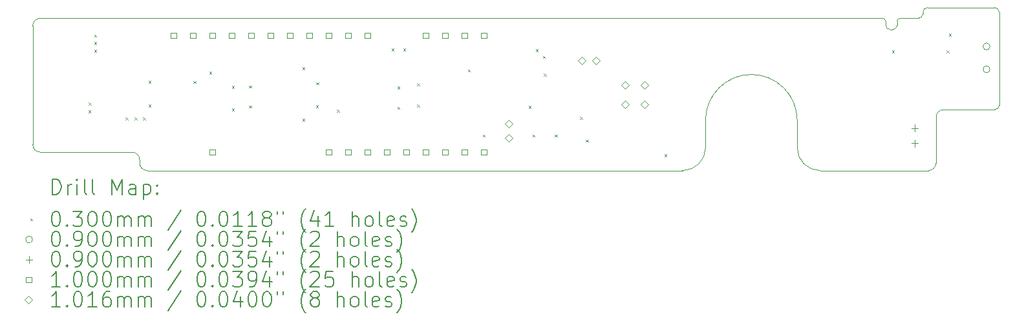
<source format=gbr>
%TF.GenerationSoftware,KiCad,Pcbnew,8.0.3*%
%TF.CreationDate,2024-08-28T21:52:25+01:00*%
%TF.ProjectId,Seeed,53656565-642e-46b6-9963-61645f706362,rev?*%
%TF.SameCoordinates,Original*%
%TF.FileFunction,Drillmap*%
%TF.FilePolarity,Positive*%
%FSLAX45Y45*%
G04 Gerber Fmt 4.5, Leading zero omitted, Abs format (unit mm)*
G04 Created by KiCad (PCBNEW 8.0.3) date 2024-08-28 21:52:25*
%MOMM*%
%LPD*%
G01*
G04 APERTURE LIST*
%ADD10C,0.050000*%
%ADD11C,0.200000*%
%ADD12C,0.100000*%
%ADD13C,0.101600*%
G04 APERTURE END LIST*
D10*
X12100000Y-11671300D02*
G75*
G02*
X12000000Y-11571300I0J100000D01*
G01*
X11900000Y-11430000D02*
G75*
G02*
X12000000Y-11530000I0J-100000D01*
G01*
X12000000Y-11571300D02*
X12000000Y-11530000D01*
X19412000Y-11371300D02*
G75*
G02*
X19112000Y-11671300I-300000J0D01*
G01*
X20912000Y-11671300D02*
G75*
G02*
X20612000Y-11371300I0J300000D01*
G01*
X22431000Y-11571300D02*
G75*
G02*
X22331000Y-11671300I-100000J0D01*
G01*
X22431000Y-10972000D02*
G75*
G02*
X22531000Y-10872000I100000J0D01*
G01*
X20012000Y-10410000D02*
G75*
G02*
X20612000Y-11010000I0J-600000D01*
G01*
X19412000Y-11010000D02*
G75*
G02*
X20012000Y-10410000I600000J0D01*
G01*
X22331000Y-11671300D02*
X20912000Y-11671300D01*
X22431000Y-10972000D02*
X22431000Y-11571300D01*
X20612000Y-11010000D02*
X20612000Y-11371300D01*
X19412000Y-11010000D02*
X19412000Y-11371300D01*
X22258780Y-9591300D02*
G75*
G02*
X22318780Y-9531300I60000J0D01*
G01*
X21961043Y-9671043D02*
X22198780Y-9671300D01*
X12100000Y-11671300D02*
X19112000Y-11671300D01*
X23198780Y-10872000D02*
X22531000Y-10872000D01*
X10600000Y-11330000D02*
X10600000Y-9771300D01*
X21831000Y-9821000D02*
X21861000Y-9821000D01*
X17880000Y-9671300D02*
X21730997Y-9671003D01*
X10600000Y-9771300D02*
G75*
G02*
X10700000Y-9671300I100000J0D01*
G01*
X21921000Y-9761000D02*
G75*
G02*
X21861000Y-9821000I-60000J0D01*
G01*
X21831000Y-9821000D02*
G75*
G02*
X21771000Y-9761000I0J60000D01*
G01*
X22258780Y-9611300D02*
X22258780Y-9591300D01*
X21921000Y-9761000D02*
X21921000Y-9711043D01*
X23258780Y-9591300D02*
X23258780Y-10812000D01*
X21921000Y-9711043D02*
G75*
G02*
X21961043Y-9671040I40000J3D01*
G01*
X23198780Y-9531300D02*
G75*
G02*
X23258780Y-9591300I0J-60000D01*
G01*
X10700000Y-11430000D02*
G75*
G02*
X10600000Y-11330000I0J100000D01*
G01*
X21730997Y-9671003D02*
G75*
G02*
X21770997Y-9711003I3J-39997D01*
G01*
X22258780Y-9611300D02*
G75*
G02*
X22198780Y-9671300I-60000J0D01*
G01*
X11900000Y-11430000D02*
X10700000Y-11430000D01*
X22318780Y-9531300D02*
X23198780Y-9531300D01*
X21771000Y-9711003D02*
X21771000Y-9761000D01*
X10700000Y-9671300D02*
X17880000Y-9671300D01*
X23258780Y-10812000D02*
G75*
G02*
X23198780Y-10872000I-60000J0D01*
G01*
D11*
D12*
X11330000Y-10881000D02*
X11360000Y-10911000D01*
X11360000Y-10881000D02*
X11330000Y-10911000D01*
X11332000Y-10780000D02*
X11362000Y-10810000D01*
X11362000Y-10780000D02*
X11332000Y-10810000D01*
X11405000Y-9885000D02*
X11435000Y-9915000D01*
X11435000Y-9885000D02*
X11405000Y-9915000D01*
X11405000Y-9985000D02*
X11435000Y-10015000D01*
X11435000Y-9985000D02*
X11405000Y-10015000D01*
X11405000Y-10085000D02*
X11435000Y-10115000D01*
X11435000Y-10085000D02*
X11405000Y-10115000D01*
X11815000Y-10975000D02*
X11845000Y-11005000D01*
X11845000Y-10975000D02*
X11815000Y-11005000D01*
X11935000Y-10975000D02*
X11965000Y-11005000D01*
X11965000Y-10975000D02*
X11935000Y-11005000D01*
X12045000Y-10975000D02*
X12075000Y-11005000D01*
X12075000Y-10975000D02*
X12045000Y-11005000D01*
X12115000Y-10805000D02*
X12145000Y-10835000D01*
X12145000Y-10805000D02*
X12115000Y-10835000D01*
X12117000Y-10493000D02*
X12147000Y-10523000D01*
X12147000Y-10493000D02*
X12117000Y-10523000D01*
X12705320Y-10495520D02*
X12735320Y-10525520D01*
X12735320Y-10495520D02*
X12705320Y-10525520D01*
X12913600Y-10373600D02*
X12943600Y-10403600D01*
X12943600Y-10373600D02*
X12913600Y-10403600D01*
X13208240Y-10559020D02*
X13238240Y-10589020D01*
X13238240Y-10559020D02*
X13208240Y-10589020D01*
X13208240Y-10853660D02*
X13238240Y-10883660D01*
X13238240Y-10853660D02*
X13208240Y-10883660D01*
X13433000Y-10819000D02*
X13463000Y-10849000D01*
X13463000Y-10819000D02*
X13433000Y-10849000D01*
X13434300Y-10556480D02*
X13464300Y-10586480D01*
X13464300Y-10556480D02*
X13434300Y-10586480D01*
X14132800Y-10312640D02*
X14162800Y-10342640D01*
X14162800Y-10312640D02*
X14132800Y-10342640D01*
X14132800Y-10993360D02*
X14162800Y-11023360D01*
X14162800Y-10993360D02*
X14132800Y-11023360D01*
X14310600Y-10815560D02*
X14340600Y-10845560D01*
X14340600Y-10815560D02*
X14310600Y-10845560D01*
X14312000Y-10513000D02*
X14342000Y-10543000D01*
X14342000Y-10513000D02*
X14312000Y-10543000D01*
X14585000Y-10874000D02*
X14615000Y-10904000D01*
X14615000Y-10874000D02*
X14585000Y-10904000D01*
X15301200Y-10068800D02*
X15331200Y-10098800D01*
X15331200Y-10068800D02*
X15301200Y-10098800D01*
X15377400Y-10569180D02*
X15407400Y-10599180D01*
X15407400Y-10569180D02*
X15377400Y-10599180D01*
X15377400Y-10833340D02*
X15407400Y-10863340D01*
X15407400Y-10833340D02*
X15377400Y-10863340D01*
X15453600Y-10068800D02*
X15483600Y-10098800D01*
X15483600Y-10068800D02*
X15453600Y-10098800D01*
X15636480Y-10526000D02*
X15666480Y-10556000D01*
X15666480Y-10526000D02*
X15636480Y-10556000D01*
X15636480Y-10804000D02*
X15666480Y-10834000D01*
X15666480Y-10804000D02*
X15636480Y-10834000D01*
X16300000Y-10344000D02*
X16330000Y-10374000D01*
X16330000Y-10344000D02*
X16300000Y-10374000D01*
X16495000Y-11199100D02*
X16525000Y-11229100D01*
X16525000Y-11199100D02*
X16495000Y-11229100D01*
X17093000Y-10822000D02*
X17123000Y-10852000D01*
X17123000Y-10822000D02*
X17093000Y-10852000D01*
X17147000Y-11200000D02*
X17177000Y-11230000D01*
X17177000Y-11200000D02*
X17147000Y-11230000D01*
X17187500Y-10075000D02*
X17217500Y-10105000D01*
X17217500Y-10075000D02*
X17187500Y-10105000D01*
X17282500Y-10167500D02*
X17312500Y-10197500D01*
X17312500Y-10167500D02*
X17282500Y-10197500D01*
X17291754Y-10397739D02*
X17321754Y-10427739D01*
X17321754Y-10397739D02*
X17291754Y-10427739D01*
X17439000Y-11197000D02*
X17469000Y-11227000D01*
X17469000Y-11197000D02*
X17439000Y-11227000D01*
X17768000Y-10964000D02*
X17798000Y-10994000D01*
X17798000Y-10964000D02*
X17768000Y-10994000D01*
X17846000Y-11268000D02*
X17876000Y-11298000D01*
X17876000Y-11268000D02*
X17846000Y-11298000D01*
X18871000Y-11458000D02*
X18901000Y-11488000D01*
X18901000Y-11458000D02*
X18871000Y-11488000D01*
X21853000Y-10095000D02*
X21883000Y-10125000D01*
X21883000Y-10095000D02*
X21853000Y-10125000D01*
X22566452Y-10092305D02*
X22596452Y-10122305D01*
X22596452Y-10092305D02*
X22566452Y-10122305D01*
X22597000Y-9872000D02*
X22627000Y-9902000D01*
X22627000Y-9872000D02*
X22597000Y-9902000D01*
X23137000Y-10042000D02*
G75*
G02*
X23047000Y-10042000I-45000J0D01*
G01*
X23047000Y-10042000D02*
G75*
G02*
X23137000Y-10042000I45000J0D01*
G01*
X23137000Y-10342000D02*
G75*
G02*
X23047000Y-10342000I-45000J0D01*
G01*
X23047000Y-10342000D02*
G75*
G02*
X23137000Y-10342000I45000J0D01*
G01*
X22152000Y-11067999D02*
X22152000Y-11158001D01*
X22106999Y-11113000D02*
X22197001Y-11113000D01*
X22152000Y-11267999D02*
X22152000Y-11358001D01*
X22106999Y-11313000D02*
X22197001Y-11313000D01*
X12481356Y-9935356D02*
X12481356Y-9864644D01*
X12410644Y-9864644D01*
X12410644Y-9935356D01*
X12481356Y-9935356D01*
X12735356Y-9935356D02*
X12735356Y-9864644D01*
X12664644Y-9864644D01*
X12664644Y-9935356D01*
X12735356Y-9935356D01*
X12989356Y-9935356D02*
X12989356Y-9864644D01*
X12918644Y-9864644D01*
X12918644Y-9935356D01*
X12989356Y-9935356D01*
X12989356Y-11465356D02*
X12989356Y-11394644D01*
X12918644Y-11394644D01*
X12918644Y-11465356D01*
X12989356Y-11465356D01*
X13243356Y-9935356D02*
X13243356Y-9864644D01*
X13172644Y-9864644D01*
X13172644Y-9935356D01*
X13243356Y-9935356D01*
X13497356Y-9935356D02*
X13497356Y-9864644D01*
X13426644Y-9864644D01*
X13426644Y-9935356D01*
X13497356Y-9935356D01*
X13751356Y-9935356D02*
X13751356Y-9864644D01*
X13680644Y-9864644D01*
X13680644Y-9935356D01*
X13751356Y-9935356D01*
X14005356Y-9935356D02*
X14005356Y-9864644D01*
X13934644Y-9864644D01*
X13934644Y-9935356D01*
X14005356Y-9935356D01*
X14259356Y-9935356D02*
X14259356Y-9864644D01*
X14188644Y-9864644D01*
X14188644Y-9935356D01*
X14259356Y-9935356D01*
X14513356Y-9935356D02*
X14513356Y-9864644D01*
X14442644Y-9864644D01*
X14442644Y-9935356D01*
X14513356Y-9935356D01*
X14513356Y-11465356D02*
X14513356Y-11394644D01*
X14442644Y-11394644D01*
X14442644Y-11465356D01*
X14513356Y-11465356D01*
X14767356Y-9935356D02*
X14767356Y-9864644D01*
X14696644Y-9864644D01*
X14696644Y-9935356D01*
X14767356Y-9935356D01*
X14767356Y-11465356D02*
X14767356Y-11394644D01*
X14696644Y-11394644D01*
X14696644Y-11465356D01*
X14767356Y-11465356D01*
X15021356Y-9935356D02*
X15021356Y-9864644D01*
X14950644Y-9864644D01*
X14950644Y-9935356D01*
X15021356Y-9935356D01*
X15021356Y-11465356D02*
X15021356Y-11394644D01*
X14950644Y-11394644D01*
X14950644Y-11465356D01*
X15021356Y-11465356D01*
X15275356Y-11465356D02*
X15275356Y-11394644D01*
X15204644Y-11394644D01*
X15204644Y-11465356D01*
X15275356Y-11465356D01*
X15529356Y-11465356D02*
X15529356Y-11394644D01*
X15458644Y-11394644D01*
X15458644Y-11465356D01*
X15529356Y-11465356D01*
X15783356Y-9935356D02*
X15783356Y-9864644D01*
X15712644Y-9864644D01*
X15712644Y-9935356D01*
X15783356Y-9935356D01*
X15783356Y-11465356D02*
X15783356Y-11394644D01*
X15712644Y-11394644D01*
X15712644Y-11465356D01*
X15783356Y-11465356D01*
X16037356Y-9935356D02*
X16037356Y-9864644D01*
X15966644Y-9864644D01*
X15966644Y-9935356D01*
X16037356Y-9935356D01*
X16037356Y-11465356D02*
X16037356Y-11394644D01*
X15966644Y-11394644D01*
X15966644Y-11465356D01*
X16037356Y-11465356D01*
X16291356Y-9935356D02*
X16291356Y-9864644D01*
X16220644Y-9864644D01*
X16220644Y-9935356D01*
X16291356Y-9935356D01*
X16291356Y-11465356D02*
X16291356Y-11394644D01*
X16220644Y-11394644D01*
X16220644Y-11465356D01*
X16291356Y-11465356D01*
X16545356Y-9935356D02*
X16545356Y-9864644D01*
X16474644Y-9864644D01*
X16474644Y-9935356D01*
X16545356Y-9935356D01*
X16545356Y-11465356D02*
X16545356Y-11394644D01*
X16474644Y-11394644D01*
X16474644Y-11465356D01*
X16545356Y-11465356D01*
D13*
X16836340Y-11104300D02*
X16887140Y-11053500D01*
X16836340Y-11002700D01*
X16785540Y-11053500D01*
X16836340Y-11104300D01*
X16836340Y-11294800D02*
X16887140Y-11244000D01*
X16836340Y-11193200D01*
X16785540Y-11244000D01*
X16836340Y-11294800D01*
X17788840Y-10278800D02*
X17839640Y-10228000D01*
X17788840Y-10177200D01*
X17738040Y-10228000D01*
X17788840Y-10278800D01*
X17979340Y-10278800D02*
X18030140Y-10228000D01*
X17979340Y-10177200D01*
X17928540Y-10228000D01*
X17979340Y-10278800D01*
X18360340Y-10596300D02*
X18411140Y-10545500D01*
X18360340Y-10494700D01*
X18309540Y-10545500D01*
X18360340Y-10596300D01*
X18360340Y-10850300D02*
X18411140Y-10799500D01*
X18360340Y-10748700D01*
X18309540Y-10799500D01*
X18360340Y-10850300D01*
X18614340Y-10596300D02*
X18665140Y-10545500D01*
X18614340Y-10494700D01*
X18563540Y-10545500D01*
X18614340Y-10596300D01*
X18614340Y-10850300D02*
X18665140Y-10799500D01*
X18614340Y-10748700D01*
X18563540Y-10799500D01*
X18614340Y-10850300D01*
D11*
X10858277Y-11985284D02*
X10858277Y-11785284D01*
X10858277Y-11785284D02*
X10905896Y-11785284D01*
X10905896Y-11785284D02*
X10934467Y-11794808D01*
X10934467Y-11794808D02*
X10953515Y-11813855D01*
X10953515Y-11813855D02*
X10963039Y-11832903D01*
X10963039Y-11832903D02*
X10972563Y-11870998D01*
X10972563Y-11870998D02*
X10972563Y-11899569D01*
X10972563Y-11899569D02*
X10963039Y-11937665D01*
X10963039Y-11937665D02*
X10953515Y-11956712D01*
X10953515Y-11956712D02*
X10934467Y-11975760D01*
X10934467Y-11975760D02*
X10905896Y-11985284D01*
X10905896Y-11985284D02*
X10858277Y-11985284D01*
X11058277Y-11985284D02*
X11058277Y-11851950D01*
X11058277Y-11890046D02*
X11067801Y-11870998D01*
X11067801Y-11870998D02*
X11077324Y-11861474D01*
X11077324Y-11861474D02*
X11096372Y-11851950D01*
X11096372Y-11851950D02*
X11115420Y-11851950D01*
X11182086Y-11985284D02*
X11182086Y-11851950D01*
X11182086Y-11785284D02*
X11172563Y-11794808D01*
X11172563Y-11794808D02*
X11182086Y-11804331D01*
X11182086Y-11804331D02*
X11191610Y-11794808D01*
X11191610Y-11794808D02*
X11182086Y-11785284D01*
X11182086Y-11785284D02*
X11182086Y-11804331D01*
X11305896Y-11985284D02*
X11286848Y-11975760D01*
X11286848Y-11975760D02*
X11277324Y-11956712D01*
X11277324Y-11956712D02*
X11277324Y-11785284D01*
X11410658Y-11985284D02*
X11391610Y-11975760D01*
X11391610Y-11975760D02*
X11382086Y-11956712D01*
X11382086Y-11956712D02*
X11382086Y-11785284D01*
X11639229Y-11985284D02*
X11639229Y-11785284D01*
X11639229Y-11785284D02*
X11705896Y-11928141D01*
X11705896Y-11928141D02*
X11772562Y-11785284D01*
X11772562Y-11785284D02*
X11772562Y-11985284D01*
X11953515Y-11985284D02*
X11953515Y-11880522D01*
X11953515Y-11880522D02*
X11943991Y-11861474D01*
X11943991Y-11861474D02*
X11924943Y-11851950D01*
X11924943Y-11851950D02*
X11886848Y-11851950D01*
X11886848Y-11851950D02*
X11867801Y-11861474D01*
X11953515Y-11975760D02*
X11934467Y-11985284D01*
X11934467Y-11985284D02*
X11886848Y-11985284D01*
X11886848Y-11985284D02*
X11867801Y-11975760D01*
X11867801Y-11975760D02*
X11858277Y-11956712D01*
X11858277Y-11956712D02*
X11858277Y-11937665D01*
X11858277Y-11937665D02*
X11867801Y-11918617D01*
X11867801Y-11918617D02*
X11886848Y-11909093D01*
X11886848Y-11909093D02*
X11934467Y-11909093D01*
X11934467Y-11909093D02*
X11953515Y-11899569D01*
X12048753Y-11851950D02*
X12048753Y-12051950D01*
X12048753Y-11861474D02*
X12067801Y-11851950D01*
X12067801Y-11851950D02*
X12105896Y-11851950D01*
X12105896Y-11851950D02*
X12124943Y-11861474D01*
X12124943Y-11861474D02*
X12134467Y-11870998D01*
X12134467Y-11870998D02*
X12143991Y-11890046D01*
X12143991Y-11890046D02*
X12143991Y-11947188D01*
X12143991Y-11947188D02*
X12134467Y-11966236D01*
X12134467Y-11966236D02*
X12124943Y-11975760D01*
X12124943Y-11975760D02*
X12105896Y-11985284D01*
X12105896Y-11985284D02*
X12067801Y-11985284D01*
X12067801Y-11985284D02*
X12048753Y-11975760D01*
X12229705Y-11966236D02*
X12239229Y-11975760D01*
X12239229Y-11975760D02*
X12229705Y-11985284D01*
X12229705Y-11985284D02*
X12220182Y-11975760D01*
X12220182Y-11975760D02*
X12229705Y-11966236D01*
X12229705Y-11966236D02*
X12229705Y-11985284D01*
X12229705Y-11861474D02*
X12239229Y-11870998D01*
X12239229Y-11870998D02*
X12229705Y-11880522D01*
X12229705Y-11880522D02*
X12220182Y-11870998D01*
X12220182Y-11870998D02*
X12229705Y-11861474D01*
X12229705Y-11861474D02*
X12229705Y-11880522D01*
D12*
X10567500Y-12298800D02*
X10597500Y-12328800D01*
X10597500Y-12298800D02*
X10567500Y-12328800D01*
D11*
X10896372Y-12205284D02*
X10915420Y-12205284D01*
X10915420Y-12205284D02*
X10934467Y-12214808D01*
X10934467Y-12214808D02*
X10943991Y-12224331D01*
X10943991Y-12224331D02*
X10953515Y-12243379D01*
X10953515Y-12243379D02*
X10963039Y-12281474D01*
X10963039Y-12281474D02*
X10963039Y-12329093D01*
X10963039Y-12329093D02*
X10953515Y-12367188D01*
X10953515Y-12367188D02*
X10943991Y-12386236D01*
X10943991Y-12386236D02*
X10934467Y-12395760D01*
X10934467Y-12395760D02*
X10915420Y-12405284D01*
X10915420Y-12405284D02*
X10896372Y-12405284D01*
X10896372Y-12405284D02*
X10877324Y-12395760D01*
X10877324Y-12395760D02*
X10867801Y-12386236D01*
X10867801Y-12386236D02*
X10858277Y-12367188D01*
X10858277Y-12367188D02*
X10848753Y-12329093D01*
X10848753Y-12329093D02*
X10848753Y-12281474D01*
X10848753Y-12281474D02*
X10858277Y-12243379D01*
X10858277Y-12243379D02*
X10867801Y-12224331D01*
X10867801Y-12224331D02*
X10877324Y-12214808D01*
X10877324Y-12214808D02*
X10896372Y-12205284D01*
X11048753Y-12386236D02*
X11058277Y-12395760D01*
X11058277Y-12395760D02*
X11048753Y-12405284D01*
X11048753Y-12405284D02*
X11039229Y-12395760D01*
X11039229Y-12395760D02*
X11048753Y-12386236D01*
X11048753Y-12386236D02*
X11048753Y-12405284D01*
X11124944Y-12205284D02*
X11248753Y-12205284D01*
X11248753Y-12205284D02*
X11182086Y-12281474D01*
X11182086Y-12281474D02*
X11210658Y-12281474D01*
X11210658Y-12281474D02*
X11229705Y-12290998D01*
X11229705Y-12290998D02*
X11239229Y-12300522D01*
X11239229Y-12300522D02*
X11248753Y-12319569D01*
X11248753Y-12319569D02*
X11248753Y-12367188D01*
X11248753Y-12367188D02*
X11239229Y-12386236D01*
X11239229Y-12386236D02*
X11229705Y-12395760D01*
X11229705Y-12395760D02*
X11210658Y-12405284D01*
X11210658Y-12405284D02*
X11153515Y-12405284D01*
X11153515Y-12405284D02*
X11134467Y-12395760D01*
X11134467Y-12395760D02*
X11124944Y-12386236D01*
X11372562Y-12205284D02*
X11391610Y-12205284D01*
X11391610Y-12205284D02*
X11410658Y-12214808D01*
X11410658Y-12214808D02*
X11420182Y-12224331D01*
X11420182Y-12224331D02*
X11429705Y-12243379D01*
X11429705Y-12243379D02*
X11439229Y-12281474D01*
X11439229Y-12281474D02*
X11439229Y-12329093D01*
X11439229Y-12329093D02*
X11429705Y-12367188D01*
X11429705Y-12367188D02*
X11420182Y-12386236D01*
X11420182Y-12386236D02*
X11410658Y-12395760D01*
X11410658Y-12395760D02*
X11391610Y-12405284D01*
X11391610Y-12405284D02*
X11372562Y-12405284D01*
X11372562Y-12405284D02*
X11353515Y-12395760D01*
X11353515Y-12395760D02*
X11343991Y-12386236D01*
X11343991Y-12386236D02*
X11334467Y-12367188D01*
X11334467Y-12367188D02*
X11324943Y-12329093D01*
X11324943Y-12329093D02*
X11324943Y-12281474D01*
X11324943Y-12281474D02*
X11334467Y-12243379D01*
X11334467Y-12243379D02*
X11343991Y-12224331D01*
X11343991Y-12224331D02*
X11353515Y-12214808D01*
X11353515Y-12214808D02*
X11372562Y-12205284D01*
X11563039Y-12205284D02*
X11582086Y-12205284D01*
X11582086Y-12205284D02*
X11601134Y-12214808D01*
X11601134Y-12214808D02*
X11610658Y-12224331D01*
X11610658Y-12224331D02*
X11620182Y-12243379D01*
X11620182Y-12243379D02*
X11629705Y-12281474D01*
X11629705Y-12281474D02*
X11629705Y-12329093D01*
X11629705Y-12329093D02*
X11620182Y-12367188D01*
X11620182Y-12367188D02*
X11610658Y-12386236D01*
X11610658Y-12386236D02*
X11601134Y-12395760D01*
X11601134Y-12395760D02*
X11582086Y-12405284D01*
X11582086Y-12405284D02*
X11563039Y-12405284D01*
X11563039Y-12405284D02*
X11543991Y-12395760D01*
X11543991Y-12395760D02*
X11534467Y-12386236D01*
X11534467Y-12386236D02*
X11524943Y-12367188D01*
X11524943Y-12367188D02*
X11515420Y-12329093D01*
X11515420Y-12329093D02*
X11515420Y-12281474D01*
X11515420Y-12281474D02*
X11524943Y-12243379D01*
X11524943Y-12243379D02*
X11534467Y-12224331D01*
X11534467Y-12224331D02*
X11543991Y-12214808D01*
X11543991Y-12214808D02*
X11563039Y-12205284D01*
X11715420Y-12405284D02*
X11715420Y-12271950D01*
X11715420Y-12290998D02*
X11724943Y-12281474D01*
X11724943Y-12281474D02*
X11743991Y-12271950D01*
X11743991Y-12271950D02*
X11772563Y-12271950D01*
X11772563Y-12271950D02*
X11791610Y-12281474D01*
X11791610Y-12281474D02*
X11801134Y-12300522D01*
X11801134Y-12300522D02*
X11801134Y-12405284D01*
X11801134Y-12300522D02*
X11810658Y-12281474D01*
X11810658Y-12281474D02*
X11829705Y-12271950D01*
X11829705Y-12271950D02*
X11858277Y-12271950D01*
X11858277Y-12271950D02*
X11877324Y-12281474D01*
X11877324Y-12281474D02*
X11886848Y-12300522D01*
X11886848Y-12300522D02*
X11886848Y-12405284D01*
X11982086Y-12405284D02*
X11982086Y-12271950D01*
X11982086Y-12290998D02*
X11991610Y-12281474D01*
X11991610Y-12281474D02*
X12010658Y-12271950D01*
X12010658Y-12271950D02*
X12039229Y-12271950D01*
X12039229Y-12271950D02*
X12058277Y-12281474D01*
X12058277Y-12281474D02*
X12067801Y-12300522D01*
X12067801Y-12300522D02*
X12067801Y-12405284D01*
X12067801Y-12300522D02*
X12077324Y-12281474D01*
X12077324Y-12281474D02*
X12096372Y-12271950D01*
X12096372Y-12271950D02*
X12124943Y-12271950D01*
X12124943Y-12271950D02*
X12143991Y-12281474D01*
X12143991Y-12281474D02*
X12153515Y-12300522D01*
X12153515Y-12300522D02*
X12153515Y-12405284D01*
X12543991Y-12195760D02*
X12372563Y-12452903D01*
X12801134Y-12205284D02*
X12820182Y-12205284D01*
X12820182Y-12205284D02*
X12839229Y-12214808D01*
X12839229Y-12214808D02*
X12848753Y-12224331D01*
X12848753Y-12224331D02*
X12858277Y-12243379D01*
X12858277Y-12243379D02*
X12867801Y-12281474D01*
X12867801Y-12281474D02*
X12867801Y-12329093D01*
X12867801Y-12329093D02*
X12858277Y-12367188D01*
X12858277Y-12367188D02*
X12848753Y-12386236D01*
X12848753Y-12386236D02*
X12839229Y-12395760D01*
X12839229Y-12395760D02*
X12820182Y-12405284D01*
X12820182Y-12405284D02*
X12801134Y-12405284D01*
X12801134Y-12405284D02*
X12782086Y-12395760D01*
X12782086Y-12395760D02*
X12772563Y-12386236D01*
X12772563Y-12386236D02*
X12763039Y-12367188D01*
X12763039Y-12367188D02*
X12753515Y-12329093D01*
X12753515Y-12329093D02*
X12753515Y-12281474D01*
X12753515Y-12281474D02*
X12763039Y-12243379D01*
X12763039Y-12243379D02*
X12772563Y-12224331D01*
X12772563Y-12224331D02*
X12782086Y-12214808D01*
X12782086Y-12214808D02*
X12801134Y-12205284D01*
X12953515Y-12386236D02*
X12963039Y-12395760D01*
X12963039Y-12395760D02*
X12953515Y-12405284D01*
X12953515Y-12405284D02*
X12943991Y-12395760D01*
X12943991Y-12395760D02*
X12953515Y-12386236D01*
X12953515Y-12386236D02*
X12953515Y-12405284D01*
X13086848Y-12205284D02*
X13105896Y-12205284D01*
X13105896Y-12205284D02*
X13124944Y-12214808D01*
X13124944Y-12214808D02*
X13134467Y-12224331D01*
X13134467Y-12224331D02*
X13143991Y-12243379D01*
X13143991Y-12243379D02*
X13153515Y-12281474D01*
X13153515Y-12281474D02*
X13153515Y-12329093D01*
X13153515Y-12329093D02*
X13143991Y-12367188D01*
X13143991Y-12367188D02*
X13134467Y-12386236D01*
X13134467Y-12386236D02*
X13124944Y-12395760D01*
X13124944Y-12395760D02*
X13105896Y-12405284D01*
X13105896Y-12405284D02*
X13086848Y-12405284D01*
X13086848Y-12405284D02*
X13067801Y-12395760D01*
X13067801Y-12395760D02*
X13058277Y-12386236D01*
X13058277Y-12386236D02*
X13048753Y-12367188D01*
X13048753Y-12367188D02*
X13039229Y-12329093D01*
X13039229Y-12329093D02*
X13039229Y-12281474D01*
X13039229Y-12281474D02*
X13048753Y-12243379D01*
X13048753Y-12243379D02*
X13058277Y-12224331D01*
X13058277Y-12224331D02*
X13067801Y-12214808D01*
X13067801Y-12214808D02*
X13086848Y-12205284D01*
X13343991Y-12405284D02*
X13229706Y-12405284D01*
X13286848Y-12405284D02*
X13286848Y-12205284D01*
X13286848Y-12205284D02*
X13267801Y-12233855D01*
X13267801Y-12233855D02*
X13248753Y-12252903D01*
X13248753Y-12252903D02*
X13229706Y-12262427D01*
X13534467Y-12405284D02*
X13420182Y-12405284D01*
X13477325Y-12405284D02*
X13477325Y-12205284D01*
X13477325Y-12205284D02*
X13458277Y-12233855D01*
X13458277Y-12233855D02*
X13439229Y-12252903D01*
X13439229Y-12252903D02*
X13420182Y-12262427D01*
X13648753Y-12290998D02*
X13629706Y-12281474D01*
X13629706Y-12281474D02*
X13620182Y-12271950D01*
X13620182Y-12271950D02*
X13610658Y-12252903D01*
X13610658Y-12252903D02*
X13610658Y-12243379D01*
X13610658Y-12243379D02*
X13620182Y-12224331D01*
X13620182Y-12224331D02*
X13629706Y-12214808D01*
X13629706Y-12214808D02*
X13648753Y-12205284D01*
X13648753Y-12205284D02*
X13686848Y-12205284D01*
X13686848Y-12205284D02*
X13705896Y-12214808D01*
X13705896Y-12214808D02*
X13715420Y-12224331D01*
X13715420Y-12224331D02*
X13724944Y-12243379D01*
X13724944Y-12243379D02*
X13724944Y-12252903D01*
X13724944Y-12252903D02*
X13715420Y-12271950D01*
X13715420Y-12271950D02*
X13705896Y-12281474D01*
X13705896Y-12281474D02*
X13686848Y-12290998D01*
X13686848Y-12290998D02*
X13648753Y-12290998D01*
X13648753Y-12290998D02*
X13629706Y-12300522D01*
X13629706Y-12300522D02*
X13620182Y-12310046D01*
X13620182Y-12310046D02*
X13610658Y-12329093D01*
X13610658Y-12329093D02*
X13610658Y-12367188D01*
X13610658Y-12367188D02*
X13620182Y-12386236D01*
X13620182Y-12386236D02*
X13629706Y-12395760D01*
X13629706Y-12395760D02*
X13648753Y-12405284D01*
X13648753Y-12405284D02*
X13686848Y-12405284D01*
X13686848Y-12405284D02*
X13705896Y-12395760D01*
X13705896Y-12395760D02*
X13715420Y-12386236D01*
X13715420Y-12386236D02*
X13724944Y-12367188D01*
X13724944Y-12367188D02*
X13724944Y-12329093D01*
X13724944Y-12329093D02*
X13715420Y-12310046D01*
X13715420Y-12310046D02*
X13705896Y-12300522D01*
X13705896Y-12300522D02*
X13686848Y-12290998D01*
X13801134Y-12205284D02*
X13801134Y-12243379D01*
X13877325Y-12205284D02*
X13877325Y-12243379D01*
X14172563Y-12481474D02*
X14163039Y-12471950D01*
X14163039Y-12471950D02*
X14143991Y-12443379D01*
X14143991Y-12443379D02*
X14134468Y-12424331D01*
X14134468Y-12424331D02*
X14124944Y-12395760D01*
X14124944Y-12395760D02*
X14115420Y-12348141D01*
X14115420Y-12348141D02*
X14115420Y-12310046D01*
X14115420Y-12310046D02*
X14124944Y-12262427D01*
X14124944Y-12262427D02*
X14134468Y-12233855D01*
X14134468Y-12233855D02*
X14143991Y-12214808D01*
X14143991Y-12214808D02*
X14163039Y-12186236D01*
X14163039Y-12186236D02*
X14172563Y-12176712D01*
X14334468Y-12271950D02*
X14334468Y-12405284D01*
X14286848Y-12195760D02*
X14239229Y-12338617D01*
X14239229Y-12338617D02*
X14363039Y-12338617D01*
X14543991Y-12405284D02*
X14429706Y-12405284D01*
X14486848Y-12405284D02*
X14486848Y-12205284D01*
X14486848Y-12205284D02*
X14467801Y-12233855D01*
X14467801Y-12233855D02*
X14448753Y-12252903D01*
X14448753Y-12252903D02*
X14429706Y-12262427D01*
X14782087Y-12405284D02*
X14782087Y-12205284D01*
X14867801Y-12405284D02*
X14867801Y-12300522D01*
X14867801Y-12300522D02*
X14858277Y-12281474D01*
X14858277Y-12281474D02*
X14839230Y-12271950D01*
X14839230Y-12271950D02*
X14810658Y-12271950D01*
X14810658Y-12271950D02*
X14791610Y-12281474D01*
X14791610Y-12281474D02*
X14782087Y-12290998D01*
X14991610Y-12405284D02*
X14972563Y-12395760D01*
X14972563Y-12395760D02*
X14963039Y-12386236D01*
X14963039Y-12386236D02*
X14953515Y-12367188D01*
X14953515Y-12367188D02*
X14953515Y-12310046D01*
X14953515Y-12310046D02*
X14963039Y-12290998D01*
X14963039Y-12290998D02*
X14972563Y-12281474D01*
X14972563Y-12281474D02*
X14991610Y-12271950D01*
X14991610Y-12271950D02*
X15020182Y-12271950D01*
X15020182Y-12271950D02*
X15039230Y-12281474D01*
X15039230Y-12281474D02*
X15048753Y-12290998D01*
X15048753Y-12290998D02*
X15058277Y-12310046D01*
X15058277Y-12310046D02*
X15058277Y-12367188D01*
X15058277Y-12367188D02*
X15048753Y-12386236D01*
X15048753Y-12386236D02*
X15039230Y-12395760D01*
X15039230Y-12395760D02*
X15020182Y-12405284D01*
X15020182Y-12405284D02*
X14991610Y-12405284D01*
X15172563Y-12405284D02*
X15153515Y-12395760D01*
X15153515Y-12395760D02*
X15143991Y-12376712D01*
X15143991Y-12376712D02*
X15143991Y-12205284D01*
X15324944Y-12395760D02*
X15305896Y-12405284D01*
X15305896Y-12405284D02*
X15267801Y-12405284D01*
X15267801Y-12405284D02*
X15248753Y-12395760D01*
X15248753Y-12395760D02*
X15239230Y-12376712D01*
X15239230Y-12376712D02*
X15239230Y-12300522D01*
X15239230Y-12300522D02*
X15248753Y-12281474D01*
X15248753Y-12281474D02*
X15267801Y-12271950D01*
X15267801Y-12271950D02*
X15305896Y-12271950D01*
X15305896Y-12271950D02*
X15324944Y-12281474D01*
X15324944Y-12281474D02*
X15334468Y-12300522D01*
X15334468Y-12300522D02*
X15334468Y-12319569D01*
X15334468Y-12319569D02*
X15239230Y-12338617D01*
X15410658Y-12395760D02*
X15429706Y-12405284D01*
X15429706Y-12405284D02*
X15467801Y-12405284D01*
X15467801Y-12405284D02*
X15486849Y-12395760D01*
X15486849Y-12395760D02*
X15496372Y-12376712D01*
X15496372Y-12376712D02*
X15496372Y-12367188D01*
X15496372Y-12367188D02*
X15486849Y-12348141D01*
X15486849Y-12348141D02*
X15467801Y-12338617D01*
X15467801Y-12338617D02*
X15439230Y-12338617D01*
X15439230Y-12338617D02*
X15420182Y-12329093D01*
X15420182Y-12329093D02*
X15410658Y-12310046D01*
X15410658Y-12310046D02*
X15410658Y-12300522D01*
X15410658Y-12300522D02*
X15420182Y-12281474D01*
X15420182Y-12281474D02*
X15439230Y-12271950D01*
X15439230Y-12271950D02*
X15467801Y-12271950D01*
X15467801Y-12271950D02*
X15486849Y-12281474D01*
X15563039Y-12481474D02*
X15572563Y-12471950D01*
X15572563Y-12471950D02*
X15591611Y-12443379D01*
X15591611Y-12443379D02*
X15601134Y-12424331D01*
X15601134Y-12424331D02*
X15610658Y-12395760D01*
X15610658Y-12395760D02*
X15620182Y-12348141D01*
X15620182Y-12348141D02*
X15620182Y-12310046D01*
X15620182Y-12310046D02*
X15610658Y-12262427D01*
X15610658Y-12262427D02*
X15601134Y-12233855D01*
X15601134Y-12233855D02*
X15591611Y-12214808D01*
X15591611Y-12214808D02*
X15572563Y-12186236D01*
X15572563Y-12186236D02*
X15563039Y-12176712D01*
D12*
X10597500Y-12577800D02*
G75*
G02*
X10507500Y-12577800I-45000J0D01*
G01*
X10507500Y-12577800D02*
G75*
G02*
X10597500Y-12577800I45000J0D01*
G01*
D11*
X10896372Y-12469284D02*
X10915420Y-12469284D01*
X10915420Y-12469284D02*
X10934467Y-12478808D01*
X10934467Y-12478808D02*
X10943991Y-12488331D01*
X10943991Y-12488331D02*
X10953515Y-12507379D01*
X10953515Y-12507379D02*
X10963039Y-12545474D01*
X10963039Y-12545474D02*
X10963039Y-12593093D01*
X10963039Y-12593093D02*
X10953515Y-12631188D01*
X10953515Y-12631188D02*
X10943991Y-12650236D01*
X10943991Y-12650236D02*
X10934467Y-12659760D01*
X10934467Y-12659760D02*
X10915420Y-12669284D01*
X10915420Y-12669284D02*
X10896372Y-12669284D01*
X10896372Y-12669284D02*
X10877324Y-12659760D01*
X10877324Y-12659760D02*
X10867801Y-12650236D01*
X10867801Y-12650236D02*
X10858277Y-12631188D01*
X10858277Y-12631188D02*
X10848753Y-12593093D01*
X10848753Y-12593093D02*
X10848753Y-12545474D01*
X10848753Y-12545474D02*
X10858277Y-12507379D01*
X10858277Y-12507379D02*
X10867801Y-12488331D01*
X10867801Y-12488331D02*
X10877324Y-12478808D01*
X10877324Y-12478808D02*
X10896372Y-12469284D01*
X11048753Y-12650236D02*
X11058277Y-12659760D01*
X11058277Y-12659760D02*
X11048753Y-12669284D01*
X11048753Y-12669284D02*
X11039229Y-12659760D01*
X11039229Y-12659760D02*
X11048753Y-12650236D01*
X11048753Y-12650236D02*
X11048753Y-12669284D01*
X11153515Y-12669284D02*
X11191610Y-12669284D01*
X11191610Y-12669284D02*
X11210658Y-12659760D01*
X11210658Y-12659760D02*
X11220182Y-12650236D01*
X11220182Y-12650236D02*
X11239229Y-12621665D01*
X11239229Y-12621665D02*
X11248753Y-12583569D01*
X11248753Y-12583569D02*
X11248753Y-12507379D01*
X11248753Y-12507379D02*
X11239229Y-12488331D01*
X11239229Y-12488331D02*
X11229705Y-12478808D01*
X11229705Y-12478808D02*
X11210658Y-12469284D01*
X11210658Y-12469284D02*
X11172563Y-12469284D01*
X11172563Y-12469284D02*
X11153515Y-12478808D01*
X11153515Y-12478808D02*
X11143991Y-12488331D01*
X11143991Y-12488331D02*
X11134467Y-12507379D01*
X11134467Y-12507379D02*
X11134467Y-12554998D01*
X11134467Y-12554998D02*
X11143991Y-12574046D01*
X11143991Y-12574046D02*
X11153515Y-12583569D01*
X11153515Y-12583569D02*
X11172563Y-12593093D01*
X11172563Y-12593093D02*
X11210658Y-12593093D01*
X11210658Y-12593093D02*
X11229705Y-12583569D01*
X11229705Y-12583569D02*
X11239229Y-12574046D01*
X11239229Y-12574046D02*
X11248753Y-12554998D01*
X11372562Y-12469284D02*
X11391610Y-12469284D01*
X11391610Y-12469284D02*
X11410658Y-12478808D01*
X11410658Y-12478808D02*
X11420182Y-12488331D01*
X11420182Y-12488331D02*
X11429705Y-12507379D01*
X11429705Y-12507379D02*
X11439229Y-12545474D01*
X11439229Y-12545474D02*
X11439229Y-12593093D01*
X11439229Y-12593093D02*
X11429705Y-12631188D01*
X11429705Y-12631188D02*
X11420182Y-12650236D01*
X11420182Y-12650236D02*
X11410658Y-12659760D01*
X11410658Y-12659760D02*
X11391610Y-12669284D01*
X11391610Y-12669284D02*
X11372562Y-12669284D01*
X11372562Y-12669284D02*
X11353515Y-12659760D01*
X11353515Y-12659760D02*
X11343991Y-12650236D01*
X11343991Y-12650236D02*
X11334467Y-12631188D01*
X11334467Y-12631188D02*
X11324943Y-12593093D01*
X11324943Y-12593093D02*
X11324943Y-12545474D01*
X11324943Y-12545474D02*
X11334467Y-12507379D01*
X11334467Y-12507379D02*
X11343991Y-12488331D01*
X11343991Y-12488331D02*
X11353515Y-12478808D01*
X11353515Y-12478808D02*
X11372562Y-12469284D01*
X11563039Y-12469284D02*
X11582086Y-12469284D01*
X11582086Y-12469284D02*
X11601134Y-12478808D01*
X11601134Y-12478808D02*
X11610658Y-12488331D01*
X11610658Y-12488331D02*
X11620182Y-12507379D01*
X11620182Y-12507379D02*
X11629705Y-12545474D01*
X11629705Y-12545474D02*
X11629705Y-12593093D01*
X11629705Y-12593093D02*
X11620182Y-12631188D01*
X11620182Y-12631188D02*
X11610658Y-12650236D01*
X11610658Y-12650236D02*
X11601134Y-12659760D01*
X11601134Y-12659760D02*
X11582086Y-12669284D01*
X11582086Y-12669284D02*
X11563039Y-12669284D01*
X11563039Y-12669284D02*
X11543991Y-12659760D01*
X11543991Y-12659760D02*
X11534467Y-12650236D01*
X11534467Y-12650236D02*
X11524943Y-12631188D01*
X11524943Y-12631188D02*
X11515420Y-12593093D01*
X11515420Y-12593093D02*
X11515420Y-12545474D01*
X11515420Y-12545474D02*
X11524943Y-12507379D01*
X11524943Y-12507379D02*
X11534467Y-12488331D01*
X11534467Y-12488331D02*
X11543991Y-12478808D01*
X11543991Y-12478808D02*
X11563039Y-12469284D01*
X11715420Y-12669284D02*
X11715420Y-12535950D01*
X11715420Y-12554998D02*
X11724943Y-12545474D01*
X11724943Y-12545474D02*
X11743991Y-12535950D01*
X11743991Y-12535950D02*
X11772563Y-12535950D01*
X11772563Y-12535950D02*
X11791610Y-12545474D01*
X11791610Y-12545474D02*
X11801134Y-12564522D01*
X11801134Y-12564522D02*
X11801134Y-12669284D01*
X11801134Y-12564522D02*
X11810658Y-12545474D01*
X11810658Y-12545474D02*
X11829705Y-12535950D01*
X11829705Y-12535950D02*
X11858277Y-12535950D01*
X11858277Y-12535950D02*
X11877324Y-12545474D01*
X11877324Y-12545474D02*
X11886848Y-12564522D01*
X11886848Y-12564522D02*
X11886848Y-12669284D01*
X11982086Y-12669284D02*
X11982086Y-12535950D01*
X11982086Y-12554998D02*
X11991610Y-12545474D01*
X11991610Y-12545474D02*
X12010658Y-12535950D01*
X12010658Y-12535950D02*
X12039229Y-12535950D01*
X12039229Y-12535950D02*
X12058277Y-12545474D01*
X12058277Y-12545474D02*
X12067801Y-12564522D01*
X12067801Y-12564522D02*
X12067801Y-12669284D01*
X12067801Y-12564522D02*
X12077324Y-12545474D01*
X12077324Y-12545474D02*
X12096372Y-12535950D01*
X12096372Y-12535950D02*
X12124943Y-12535950D01*
X12124943Y-12535950D02*
X12143991Y-12545474D01*
X12143991Y-12545474D02*
X12153515Y-12564522D01*
X12153515Y-12564522D02*
X12153515Y-12669284D01*
X12543991Y-12459760D02*
X12372563Y-12716903D01*
X12801134Y-12469284D02*
X12820182Y-12469284D01*
X12820182Y-12469284D02*
X12839229Y-12478808D01*
X12839229Y-12478808D02*
X12848753Y-12488331D01*
X12848753Y-12488331D02*
X12858277Y-12507379D01*
X12858277Y-12507379D02*
X12867801Y-12545474D01*
X12867801Y-12545474D02*
X12867801Y-12593093D01*
X12867801Y-12593093D02*
X12858277Y-12631188D01*
X12858277Y-12631188D02*
X12848753Y-12650236D01*
X12848753Y-12650236D02*
X12839229Y-12659760D01*
X12839229Y-12659760D02*
X12820182Y-12669284D01*
X12820182Y-12669284D02*
X12801134Y-12669284D01*
X12801134Y-12669284D02*
X12782086Y-12659760D01*
X12782086Y-12659760D02*
X12772563Y-12650236D01*
X12772563Y-12650236D02*
X12763039Y-12631188D01*
X12763039Y-12631188D02*
X12753515Y-12593093D01*
X12753515Y-12593093D02*
X12753515Y-12545474D01*
X12753515Y-12545474D02*
X12763039Y-12507379D01*
X12763039Y-12507379D02*
X12772563Y-12488331D01*
X12772563Y-12488331D02*
X12782086Y-12478808D01*
X12782086Y-12478808D02*
X12801134Y-12469284D01*
X12953515Y-12650236D02*
X12963039Y-12659760D01*
X12963039Y-12659760D02*
X12953515Y-12669284D01*
X12953515Y-12669284D02*
X12943991Y-12659760D01*
X12943991Y-12659760D02*
X12953515Y-12650236D01*
X12953515Y-12650236D02*
X12953515Y-12669284D01*
X13086848Y-12469284D02*
X13105896Y-12469284D01*
X13105896Y-12469284D02*
X13124944Y-12478808D01*
X13124944Y-12478808D02*
X13134467Y-12488331D01*
X13134467Y-12488331D02*
X13143991Y-12507379D01*
X13143991Y-12507379D02*
X13153515Y-12545474D01*
X13153515Y-12545474D02*
X13153515Y-12593093D01*
X13153515Y-12593093D02*
X13143991Y-12631188D01*
X13143991Y-12631188D02*
X13134467Y-12650236D01*
X13134467Y-12650236D02*
X13124944Y-12659760D01*
X13124944Y-12659760D02*
X13105896Y-12669284D01*
X13105896Y-12669284D02*
X13086848Y-12669284D01*
X13086848Y-12669284D02*
X13067801Y-12659760D01*
X13067801Y-12659760D02*
X13058277Y-12650236D01*
X13058277Y-12650236D02*
X13048753Y-12631188D01*
X13048753Y-12631188D02*
X13039229Y-12593093D01*
X13039229Y-12593093D02*
X13039229Y-12545474D01*
X13039229Y-12545474D02*
X13048753Y-12507379D01*
X13048753Y-12507379D02*
X13058277Y-12488331D01*
X13058277Y-12488331D02*
X13067801Y-12478808D01*
X13067801Y-12478808D02*
X13086848Y-12469284D01*
X13220182Y-12469284D02*
X13343991Y-12469284D01*
X13343991Y-12469284D02*
X13277325Y-12545474D01*
X13277325Y-12545474D02*
X13305896Y-12545474D01*
X13305896Y-12545474D02*
X13324944Y-12554998D01*
X13324944Y-12554998D02*
X13334467Y-12564522D01*
X13334467Y-12564522D02*
X13343991Y-12583569D01*
X13343991Y-12583569D02*
X13343991Y-12631188D01*
X13343991Y-12631188D02*
X13334467Y-12650236D01*
X13334467Y-12650236D02*
X13324944Y-12659760D01*
X13324944Y-12659760D02*
X13305896Y-12669284D01*
X13305896Y-12669284D02*
X13248753Y-12669284D01*
X13248753Y-12669284D02*
X13229706Y-12659760D01*
X13229706Y-12659760D02*
X13220182Y-12650236D01*
X13524944Y-12469284D02*
X13429706Y-12469284D01*
X13429706Y-12469284D02*
X13420182Y-12564522D01*
X13420182Y-12564522D02*
X13429706Y-12554998D01*
X13429706Y-12554998D02*
X13448753Y-12545474D01*
X13448753Y-12545474D02*
X13496372Y-12545474D01*
X13496372Y-12545474D02*
X13515420Y-12554998D01*
X13515420Y-12554998D02*
X13524944Y-12564522D01*
X13524944Y-12564522D02*
X13534467Y-12583569D01*
X13534467Y-12583569D02*
X13534467Y-12631188D01*
X13534467Y-12631188D02*
X13524944Y-12650236D01*
X13524944Y-12650236D02*
X13515420Y-12659760D01*
X13515420Y-12659760D02*
X13496372Y-12669284D01*
X13496372Y-12669284D02*
X13448753Y-12669284D01*
X13448753Y-12669284D02*
X13429706Y-12659760D01*
X13429706Y-12659760D02*
X13420182Y-12650236D01*
X13705896Y-12535950D02*
X13705896Y-12669284D01*
X13658277Y-12459760D02*
X13610658Y-12602617D01*
X13610658Y-12602617D02*
X13734467Y-12602617D01*
X13801134Y-12469284D02*
X13801134Y-12507379D01*
X13877325Y-12469284D02*
X13877325Y-12507379D01*
X14172563Y-12745474D02*
X14163039Y-12735950D01*
X14163039Y-12735950D02*
X14143991Y-12707379D01*
X14143991Y-12707379D02*
X14134468Y-12688331D01*
X14134468Y-12688331D02*
X14124944Y-12659760D01*
X14124944Y-12659760D02*
X14115420Y-12612141D01*
X14115420Y-12612141D02*
X14115420Y-12574046D01*
X14115420Y-12574046D02*
X14124944Y-12526427D01*
X14124944Y-12526427D02*
X14134468Y-12497855D01*
X14134468Y-12497855D02*
X14143991Y-12478808D01*
X14143991Y-12478808D02*
X14163039Y-12450236D01*
X14163039Y-12450236D02*
X14172563Y-12440712D01*
X14239229Y-12488331D02*
X14248753Y-12478808D01*
X14248753Y-12478808D02*
X14267801Y-12469284D01*
X14267801Y-12469284D02*
X14315420Y-12469284D01*
X14315420Y-12469284D02*
X14334468Y-12478808D01*
X14334468Y-12478808D02*
X14343991Y-12488331D01*
X14343991Y-12488331D02*
X14353515Y-12507379D01*
X14353515Y-12507379D02*
X14353515Y-12526427D01*
X14353515Y-12526427D02*
X14343991Y-12554998D01*
X14343991Y-12554998D02*
X14229706Y-12669284D01*
X14229706Y-12669284D02*
X14353515Y-12669284D01*
X14591610Y-12669284D02*
X14591610Y-12469284D01*
X14677325Y-12669284D02*
X14677325Y-12564522D01*
X14677325Y-12564522D02*
X14667801Y-12545474D01*
X14667801Y-12545474D02*
X14648753Y-12535950D01*
X14648753Y-12535950D02*
X14620182Y-12535950D01*
X14620182Y-12535950D02*
X14601134Y-12545474D01*
X14601134Y-12545474D02*
X14591610Y-12554998D01*
X14801134Y-12669284D02*
X14782087Y-12659760D01*
X14782087Y-12659760D02*
X14772563Y-12650236D01*
X14772563Y-12650236D02*
X14763039Y-12631188D01*
X14763039Y-12631188D02*
X14763039Y-12574046D01*
X14763039Y-12574046D02*
X14772563Y-12554998D01*
X14772563Y-12554998D02*
X14782087Y-12545474D01*
X14782087Y-12545474D02*
X14801134Y-12535950D01*
X14801134Y-12535950D02*
X14829706Y-12535950D01*
X14829706Y-12535950D02*
X14848753Y-12545474D01*
X14848753Y-12545474D02*
X14858277Y-12554998D01*
X14858277Y-12554998D02*
X14867801Y-12574046D01*
X14867801Y-12574046D02*
X14867801Y-12631188D01*
X14867801Y-12631188D02*
X14858277Y-12650236D01*
X14858277Y-12650236D02*
X14848753Y-12659760D01*
X14848753Y-12659760D02*
X14829706Y-12669284D01*
X14829706Y-12669284D02*
X14801134Y-12669284D01*
X14982087Y-12669284D02*
X14963039Y-12659760D01*
X14963039Y-12659760D02*
X14953515Y-12640712D01*
X14953515Y-12640712D02*
X14953515Y-12469284D01*
X15134468Y-12659760D02*
X15115420Y-12669284D01*
X15115420Y-12669284D02*
X15077325Y-12669284D01*
X15077325Y-12669284D02*
X15058277Y-12659760D01*
X15058277Y-12659760D02*
X15048753Y-12640712D01*
X15048753Y-12640712D02*
X15048753Y-12564522D01*
X15048753Y-12564522D02*
X15058277Y-12545474D01*
X15058277Y-12545474D02*
X15077325Y-12535950D01*
X15077325Y-12535950D02*
X15115420Y-12535950D01*
X15115420Y-12535950D02*
X15134468Y-12545474D01*
X15134468Y-12545474D02*
X15143991Y-12564522D01*
X15143991Y-12564522D02*
X15143991Y-12583569D01*
X15143991Y-12583569D02*
X15048753Y-12602617D01*
X15220182Y-12659760D02*
X15239230Y-12669284D01*
X15239230Y-12669284D02*
X15277325Y-12669284D01*
X15277325Y-12669284D02*
X15296372Y-12659760D01*
X15296372Y-12659760D02*
X15305896Y-12640712D01*
X15305896Y-12640712D02*
X15305896Y-12631188D01*
X15305896Y-12631188D02*
X15296372Y-12612141D01*
X15296372Y-12612141D02*
X15277325Y-12602617D01*
X15277325Y-12602617D02*
X15248753Y-12602617D01*
X15248753Y-12602617D02*
X15229706Y-12593093D01*
X15229706Y-12593093D02*
X15220182Y-12574046D01*
X15220182Y-12574046D02*
X15220182Y-12564522D01*
X15220182Y-12564522D02*
X15229706Y-12545474D01*
X15229706Y-12545474D02*
X15248753Y-12535950D01*
X15248753Y-12535950D02*
X15277325Y-12535950D01*
X15277325Y-12535950D02*
X15296372Y-12545474D01*
X15372563Y-12745474D02*
X15382087Y-12735950D01*
X15382087Y-12735950D02*
X15401134Y-12707379D01*
X15401134Y-12707379D02*
X15410658Y-12688331D01*
X15410658Y-12688331D02*
X15420182Y-12659760D01*
X15420182Y-12659760D02*
X15429706Y-12612141D01*
X15429706Y-12612141D02*
X15429706Y-12574046D01*
X15429706Y-12574046D02*
X15420182Y-12526427D01*
X15420182Y-12526427D02*
X15410658Y-12497855D01*
X15410658Y-12497855D02*
X15401134Y-12478808D01*
X15401134Y-12478808D02*
X15382087Y-12450236D01*
X15382087Y-12450236D02*
X15372563Y-12440712D01*
D12*
X10552499Y-12796799D02*
X10552499Y-12886801D01*
X10507498Y-12841800D02*
X10597500Y-12841800D01*
D11*
X10896372Y-12733284D02*
X10915420Y-12733284D01*
X10915420Y-12733284D02*
X10934467Y-12742808D01*
X10934467Y-12742808D02*
X10943991Y-12752331D01*
X10943991Y-12752331D02*
X10953515Y-12771379D01*
X10953515Y-12771379D02*
X10963039Y-12809474D01*
X10963039Y-12809474D02*
X10963039Y-12857093D01*
X10963039Y-12857093D02*
X10953515Y-12895188D01*
X10953515Y-12895188D02*
X10943991Y-12914236D01*
X10943991Y-12914236D02*
X10934467Y-12923760D01*
X10934467Y-12923760D02*
X10915420Y-12933284D01*
X10915420Y-12933284D02*
X10896372Y-12933284D01*
X10896372Y-12933284D02*
X10877324Y-12923760D01*
X10877324Y-12923760D02*
X10867801Y-12914236D01*
X10867801Y-12914236D02*
X10858277Y-12895188D01*
X10858277Y-12895188D02*
X10848753Y-12857093D01*
X10848753Y-12857093D02*
X10848753Y-12809474D01*
X10848753Y-12809474D02*
X10858277Y-12771379D01*
X10858277Y-12771379D02*
X10867801Y-12752331D01*
X10867801Y-12752331D02*
X10877324Y-12742808D01*
X10877324Y-12742808D02*
X10896372Y-12733284D01*
X11048753Y-12914236D02*
X11058277Y-12923760D01*
X11058277Y-12923760D02*
X11048753Y-12933284D01*
X11048753Y-12933284D02*
X11039229Y-12923760D01*
X11039229Y-12923760D02*
X11048753Y-12914236D01*
X11048753Y-12914236D02*
X11048753Y-12933284D01*
X11153515Y-12933284D02*
X11191610Y-12933284D01*
X11191610Y-12933284D02*
X11210658Y-12923760D01*
X11210658Y-12923760D02*
X11220182Y-12914236D01*
X11220182Y-12914236D02*
X11239229Y-12885665D01*
X11239229Y-12885665D02*
X11248753Y-12847569D01*
X11248753Y-12847569D02*
X11248753Y-12771379D01*
X11248753Y-12771379D02*
X11239229Y-12752331D01*
X11239229Y-12752331D02*
X11229705Y-12742808D01*
X11229705Y-12742808D02*
X11210658Y-12733284D01*
X11210658Y-12733284D02*
X11172563Y-12733284D01*
X11172563Y-12733284D02*
X11153515Y-12742808D01*
X11153515Y-12742808D02*
X11143991Y-12752331D01*
X11143991Y-12752331D02*
X11134467Y-12771379D01*
X11134467Y-12771379D02*
X11134467Y-12818998D01*
X11134467Y-12818998D02*
X11143991Y-12838046D01*
X11143991Y-12838046D02*
X11153515Y-12847569D01*
X11153515Y-12847569D02*
X11172563Y-12857093D01*
X11172563Y-12857093D02*
X11210658Y-12857093D01*
X11210658Y-12857093D02*
X11229705Y-12847569D01*
X11229705Y-12847569D02*
X11239229Y-12838046D01*
X11239229Y-12838046D02*
X11248753Y-12818998D01*
X11372562Y-12733284D02*
X11391610Y-12733284D01*
X11391610Y-12733284D02*
X11410658Y-12742808D01*
X11410658Y-12742808D02*
X11420182Y-12752331D01*
X11420182Y-12752331D02*
X11429705Y-12771379D01*
X11429705Y-12771379D02*
X11439229Y-12809474D01*
X11439229Y-12809474D02*
X11439229Y-12857093D01*
X11439229Y-12857093D02*
X11429705Y-12895188D01*
X11429705Y-12895188D02*
X11420182Y-12914236D01*
X11420182Y-12914236D02*
X11410658Y-12923760D01*
X11410658Y-12923760D02*
X11391610Y-12933284D01*
X11391610Y-12933284D02*
X11372562Y-12933284D01*
X11372562Y-12933284D02*
X11353515Y-12923760D01*
X11353515Y-12923760D02*
X11343991Y-12914236D01*
X11343991Y-12914236D02*
X11334467Y-12895188D01*
X11334467Y-12895188D02*
X11324943Y-12857093D01*
X11324943Y-12857093D02*
X11324943Y-12809474D01*
X11324943Y-12809474D02*
X11334467Y-12771379D01*
X11334467Y-12771379D02*
X11343991Y-12752331D01*
X11343991Y-12752331D02*
X11353515Y-12742808D01*
X11353515Y-12742808D02*
X11372562Y-12733284D01*
X11563039Y-12733284D02*
X11582086Y-12733284D01*
X11582086Y-12733284D02*
X11601134Y-12742808D01*
X11601134Y-12742808D02*
X11610658Y-12752331D01*
X11610658Y-12752331D02*
X11620182Y-12771379D01*
X11620182Y-12771379D02*
X11629705Y-12809474D01*
X11629705Y-12809474D02*
X11629705Y-12857093D01*
X11629705Y-12857093D02*
X11620182Y-12895188D01*
X11620182Y-12895188D02*
X11610658Y-12914236D01*
X11610658Y-12914236D02*
X11601134Y-12923760D01*
X11601134Y-12923760D02*
X11582086Y-12933284D01*
X11582086Y-12933284D02*
X11563039Y-12933284D01*
X11563039Y-12933284D02*
X11543991Y-12923760D01*
X11543991Y-12923760D02*
X11534467Y-12914236D01*
X11534467Y-12914236D02*
X11524943Y-12895188D01*
X11524943Y-12895188D02*
X11515420Y-12857093D01*
X11515420Y-12857093D02*
X11515420Y-12809474D01*
X11515420Y-12809474D02*
X11524943Y-12771379D01*
X11524943Y-12771379D02*
X11534467Y-12752331D01*
X11534467Y-12752331D02*
X11543991Y-12742808D01*
X11543991Y-12742808D02*
X11563039Y-12733284D01*
X11715420Y-12933284D02*
X11715420Y-12799950D01*
X11715420Y-12818998D02*
X11724943Y-12809474D01*
X11724943Y-12809474D02*
X11743991Y-12799950D01*
X11743991Y-12799950D02*
X11772563Y-12799950D01*
X11772563Y-12799950D02*
X11791610Y-12809474D01*
X11791610Y-12809474D02*
X11801134Y-12828522D01*
X11801134Y-12828522D02*
X11801134Y-12933284D01*
X11801134Y-12828522D02*
X11810658Y-12809474D01*
X11810658Y-12809474D02*
X11829705Y-12799950D01*
X11829705Y-12799950D02*
X11858277Y-12799950D01*
X11858277Y-12799950D02*
X11877324Y-12809474D01*
X11877324Y-12809474D02*
X11886848Y-12828522D01*
X11886848Y-12828522D02*
X11886848Y-12933284D01*
X11982086Y-12933284D02*
X11982086Y-12799950D01*
X11982086Y-12818998D02*
X11991610Y-12809474D01*
X11991610Y-12809474D02*
X12010658Y-12799950D01*
X12010658Y-12799950D02*
X12039229Y-12799950D01*
X12039229Y-12799950D02*
X12058277Y-12809474D01*
X12058277Y-12809474D02*
X12067801Y-12828522D01*
X12067801Y-12828522D02*
X12067801Y-12933284D01*
X12067801Y-12828522D02*
X12077324Y-12809474D01*
X12077324Y-12809474D02*
X12096372Y-12799950D01*
X12096372Y-12799950D02*
X12124943Y-12799950D01*
X12124943Y-12799950D02*
X12143991Y-12809474D01*
X12143991Y-12809474D02*
X12153515Y-12828522D01*
X12153515Y-12828522D02*
X12153515Y-12933284D01*
X12543991Y-12723760D02*
X12372563Y-12980903D01*
X12801134Y-12733284D02*
X12820182Y-12733284D01*
X12820182Y-12733284D02*
X12839229Y-12742808D01*
X12839229Y-12742808D02*
X12848753Y-12752331D01*
X12848753Y-12752331D02*
X12858277Y-12771379D01*
X12858277Y-12771379D02*
X12867801Y-12809474D01*
X12867801Y-12809474D02*
X12867801Y-12857093D01*
X12867801Y-12857093D02*
X12858277Y-12895188D01*
X12858277Y-12895188D02*
X12848753Y-12914236D01*
X12848753Y-12914236D02*
X12839229Y-12923760D01*
X12839229Y-12923760D02*
X12820182Y-12933284D01*
X12820182Y-12933284D02*
X12801134Y-12933284D01*
X12801134Y-12933284D02*
X12782086Y-12923760D01*
X12782086Y-12923760D02*
X12772563Y-12914236D01*
X12772563Y-12914236D02*
X12763039Y-12895188D01*
X12763039Y-12895188D02*
X12753515Y-12857093D01*
X12753515Y-12857093D02*
X12753515Y-12809474D01*
X12753515Y-12809474D02*
X12763039Y-12771379D01*
X12763039Y-12771379D02*
X12772563Y-12752331D01*
X12772563Y-12752331D02*
X12782086Y-12742808D01*
X12782086Y-12742808D02*
X12801134Y-12733284D01*
X12953515Y-12914236D02*
X12963039Y-12923760D01*
X12963039Y-12923760D02*
X12953515Y-12933284D01*
X12953515Y-12933284D02*
X12943991Y-12923760D01*
X12943991Y-12923760D02*
X12953515Y-12914236D01*
X12953515Y-12914236D02*
X12953515Y-12933284D01*
X13086848Y-12733284D02*
X13105896Y-12733284D01*
X13105896Y-12733284D02*
X13124944Y-12742808D01*
X13124944Y-12742808D02*
X13134467Y-12752331D01*
X13134467Y-12752331D02*
X13143991Y-12771379D01*
X13143991Y-12771379D02*
X13153515Y-12809474D01*
X13153515Y-12809474D02*
X13153515Y-12857093D01*
X13153515Y-12857093D02*
X13143991Y-12895188D01*
X13143991Y-12895188D02*
X13134467Y-12914236D01*
X13134467Y-12914236D02*
X13124944Y-12923760D01*
X13124944Y-12923760D02*
X13105896Y-12933284D01*
X13105896Y-12933284D02*
X13086848Y-12933284D01*
X13086848Y-12933284D02*
X13067801Y-12923760D01*
X13067801Y-12923760D02*
X13058277Y-12914236D01*
X13058277Y-12914236D02*
X13048753Y-12895188D01*
X13048753Y-12895188D02*
X13039229Y-12857093D01*
X13039229Y-12857093D02*
X13039229Y-12809474D01*
X13039229Y-12809474D02*
X13048753Y-12771379D01*
X13048753Y-12771379D02*
X13058277Y-12752331D01*
X13058277Y-12752331D02*
X13067801Y-12742808D01*
X13067801Y-12742808D02*
X13086848Y-12733284D01*
X13220182Y-12733284D02*
X13343991Y-12733284D01*
X13343991Y-12733284D02*
X13277325Y-12809474D01*
X13277325Y-12809474D02*
X13305896Y-12809474D01*
X13305896Y-12809474D02*
X13324944Y-12818998D01*
X13324944Y-12818998D02*
X13334467Y-12828522D01*
X13334467Y-12828522D02*
X13343991Y-12847569D01*
X13343991Y-12847569D02*
X13343991Y-12895188D01*
X13343991Y-12895188D02*
X13334467Y-12914236D01*
X13334467Y-12914236D02*
X13324944Y-12923760D01*
X13324944Y-12923760D02*
X13305896Y-12933284D01*
X13305896Y-12933284D02*
X13248753Y-12933284D01*
X13248753Y-12933284D02*
X13229706Y-12923760D01*
X13229706Y-12923760D02*
X13220182Y-12914236D01*
X13524944Y-12733284D02*
X13429706Y-12733284D01*
X13429706Y-12733284D02*
X13420182Y-12828522D01*
X13420182Y-12828522D02*
X13429706Y-12818998D01*
X13429706Y-12818998D02*
X13448753Y-12809474D01*
X13448753Y-12809474D02*
X13496372Y-12809474D01*
X13496372Y-12809474D02*
X13515420Y-12818998D01*
X13515420Y-12818998D02*
X13524944Y-12828522D01*
X13524944Y-12828522D02*
X13534467Y-12847569D01*
X13534467Y-12847569D02*
X13534467Y-12895188D01*
X13534467Y-12895188D02*
X13524944Y-12914236D01*
X13524944Y-12914236D02*
X13515420Y-12923760D01*
X13515420Y-12923760D02*
X13496372Y-12933284D01*
X13496372Y-12933284D02*
X13448753Y-12933284D01*
X13448753Y-12933284D02*
X13429706Y-12923760D01*
X13429706Y-12923760D02*
X13420182Y-12914236D01*
X13705896Y-12799950D02*
X13705896Y-12933284D01*
X13658277Y-12723760D02*
X13610658Y-12866617D01*
X13610658Y-12866617D02*
X13734467Y-12866617D01*
X13801134Y-12733284D02*
X13801134Y-12771379D01*
X13877325Y-12733284D02*
X13877325Y-12771379D01*
X14172563Y-13009474D02*
X14163039Y-12999950D01*
X14163039Y-12999950D02*
X14143991Y-12971379D01*
X14143991Y-12971379D02*
X14134468Y-12952331D01*
X14134468Y-12952331D02*
X14124944Y-12923760D01*
X14124944Y-12923760D02*
X14115420Y-12876141D01*
X14115420Y-12876141D02*
X14115420Y-12838046D01*
X14115420Y-12838046D02*
X14124944Y-12790427D01*
X14124944Y-12790427D02*
X14134468Y-12761855D01*
X14134468Y-12761855D02*
X14143991Y-12742808D01*
X14143991Y-12742808D02*
X14163039Y-12714236D01*
X14163039Y-12714236D02*
X14172563Y-12704712D01*
X14239229Y-12752331D02*
X14248753Y-12742808D01*
X14248753Y-12742808D02*
X14267801Y-12733284D01*
X14267801Y-12733284D02*
X14315420Y-12733284D01*
X14315420Y-12733284D02*
X14334468Y-12742808D01*
X14334468Y-12742808D02*
X14343991Y-12752331D01*
X14343991Y-12752331D02*
X14353515Y-12771379D01*
X14353515Y-12771379D02*
X14353515Y-12790427D01*
X14353515Y-12790427D02*
X14343991Y-12818998D01*
X14343991Y-12818998D02*
X14229706Y-12933284D01*
X14229706Y-12933284D02*
X14353515Y-12933284D01*
X14591610Y-12933284D02*
X14591610Y-12733284D01*
X14677325Y-12933284D02*
X14677325Y-12828522D01*
X14677325Y-12828522D02*
X14667801Y-12809474D01*
X14667801Y-12809474D02*
X14648753Y-12799950D01*
X14648753Y-12799950D02*
X14620182Y-12799950D01*
X14620182Y-12799950D02*
X14601134Y-12809474D01*
X14601134Y-12809474D02*
X14591610Y-12818998D01*
X14801134Y-12933284D02*
X14782087Y-12923760D01*
X14782087Y-12923760D02*
X14772563Y-12914236D01*
X14772563Y-12914236D02*
X14763039Y-12895188D01*
X14763039Y-12895188D02*
X14763039Y-12838046D01*
X14763039Y-12838046D02*
X14772563Y-12818998D01*
X14772563Y-12818998D02*
X14782087Y-12809474D01*
X14782087Y-12809474D02*
X14801134Y-12799950D01*
X14801134Y-12799950D02*
X14829706Y-12799950D01*
X14829706Y-12799950D02*
X14848753Y-12809474D01*
X14848753Y-12809474D02*
X14858277Y-12818998D01*
X14858277Y-12818998D02*
X14867801Y-12838046D01*
X14867801Y-12838046D02*
X14867801Y-12895188D01*
X14867801Y-12895188D02*
X14858277Y-12914236D01*
X14858277Y-12914236D02*
X14848753Y-12923760D01*
X14848753Y-12923760D02*
X14829706Y-12933284D01*
X14829706Y-12933284D02*
X14801134Y-12933284D01*
X14982087Y-12933284D02*
X14963039Y-12923760D01*
X14963039Y-12923760D02*
X14953515Y-12904712D01*
X14953515Y-12904712D02*
X14953515Y-12733284D01*
X15134468Y-12923760D02*
X15115420Y-12933284D01*
X15115420Y-12933284D02*
X15077325Y-12933284D01*
X15077325Y-12933284D02*
X15058277Y-12923760D01*
X15058277Y-12923760D02*
X15048753Y-12904712D01*
X15048753Y-12904712D02*
X15048753Y-12828522D01*
X15048753Y-12828522D02*
X15058277Y-12809474D01*
X15058277Y-12809474D02*
X15077325Y-12799950D01*
X15077325Y-12799950D02*
X15115420Y-12799950D01*
X15115420Y-12799950D02*
X15134468Y-12809474D01*
X15134468Y-12809474D02*
X15143991Y-12828522D01*
X15143991Y-12828522D02*
X15143991Y-12847569D01*
X15143991Y-12847569D02*
X15048753Y-12866617D01*
X15220182Y-12923760D02*
X15239230Y-12933284D01*
X15239230Y-12933284D02*
X15277325Y-12933284D01*
X15277325Y-12933284D02*
X15296372Y-12923760D01*
X15296372Y-12923760D02*
X15305896Y-12904712D01*
X15305896Y-12904712D02*
X15305896Y-12895188D01*
X15305896Y-12895188D02*
X15296372Y-12876141D01*
X15296372Y-12876141D02*
X15277325Y-12866617D01*
X15277325Y-12866617D02*
X15248753Y-12866617D01*
X15248753Y-12866617D02*
X15229706Y-12857093D01*
X15229706Y-12857093D02*
X15220182Y-12838046D01*
X15220182Y-12838046D02*
X15220182Y-12828522D01*
X15220182Y-12828522D02*
X15229706Y-12809474D01*
X15229706Y-12809474D02*
X15248753Y-12799950D01*
X15248753Y-12799950D02*
X15277325Y-12799950D01*
X15277325Y-12799950D02*
X15296372Y-12809474D01*
X15372563Y-13009474D02*
X15382087Y-12999950D01*
X15382087Y-12999950D02*
X15401134Y-12971379D01*
X15401134Y-12971379D02*
X15410658Y-12952331D01*
X15410658Y-12952331D02*
X15420182Y-12923760D01*
X15420182Y-12923760D02*
X15429706Y-12876141D01*
X15429706Y-12876141D02*
X15429706Y-12838046D01*
X15429706Y-12838046D02*
X15420182Y-12790427D01*
X15420182Y-12790427D02*
X15410658Y-12761855D01*
X15410658Y-12761855D02*
X15401134Y-12742808D01*
X15401134Y-12742808D02*
X15382087Y-12714236D01*
X15382087Y-12714236D02*
X15372563Y-12704712D01*
D12*
X10582856Y-13141156D02*
X10582856Y-13070444D01*
X10512144Y-13070444D01*
X10512144Y-13141156D01*
X10582856Y-13141156D01*
D11*
X10963039Y-13197284D02*
X10848753Y-13197284D01*
X10905896Y-13197284D02*
X10905896Y-12997284D01*
X10905896Y-12997284D02*
X10886848Y-13025855D01*
X10886848Y-13025855D02*
X10867801Y-13044903D01*
X10867801Y-13044903D02*
X10848753Y-13054427D01*
X11048753Y-13178236D02*
X11058277Y-13187760D01*
X11058277Y-13187760D02*
X11048753Y-13197284D01*
X11048753Y-13197284D02*
X11039229Y-13187760D01*
X11039229Y-13187760D02*
X11048753Y-13178236D01*
X11048753Y-13178236D02*
X11048753Y-13197284D01*
X11182086Y-12997284D02*
X11201134Y-12997284D01*
X11201134Y-12997284D02*
X11220182Y-13006808D01*
X11220182Y-13006808D02*
X11229705Y-13016331D01*
X11229705Y-13016331D02*
X11239229Y-13035379D01*
X11239229Y-13035379D02*
X11248753Y-13073474D01*
X11248753Y-13073474D02*
X11248753Y-13121093D01*
X11248753Y-13121093D02*
X11239229Y-13159188D01*
X11239229Y-13159188D02*
X11229705Y-13178236D01*
X11229705Y-13178236D02*
X11220182Y-13187760D01*
X11220182Y-13187760D02*
X11201134Y-13197284D01*
X11201134Y-13197284D02*
X11182086Y-13197284D01*
X11182086Y-13197284D02*
X11163039Y-13187760D01*
X11163039Y-13187760D02*
X11153515Y-13178236D01*
X11153515Y-13178236D02*
X11143991Y-13159188D01*
X11143991Y-13159188D02*
X11134467Y-13121093D01*
X11134467Y-13121093D02*
X11134467Y-13073474D01*
X11134467Y-13073474D02*
X11143991Y-13035379D01*
X11143991Y-13035379D02*
X11153515Y-13016331D01*
X11153515Y-13016331D02*
X11163039Y-13006808D01*
X11163039Y-13006808D02*
X11182086Y-12997284D01*
X11372562Y-12997284D02*
X11391610Y-12997284D01*
X11391610Y-12997284D02*
X11410658Y-13006808D01*
X11410658Y-13006808D02*
X11420182Y-13016331D01*
X11420182Y-13016331D02*
X11429705Y-13035379D01*
X11429705Y-13035379D02*
X11439229Y-13073474D01*
X11439229Y-13073474D02*
X11439229Y-13121093D01*
X11439229Y-13121093D02*
X11429705Y-13159188D01*
X11429705Y-13159188D02*
X11420182Y-13178236D01*
X11420182Y-13178236D02*
X11410658Y-13187760D01*
X11410658Y-13187760D02*
X11391610Y-13197284D01*
X11391610Y-13197284D02*
X11372562Y-13197284D01*
X11372562Y-13197284D02*
X11353515Y-13187760D01*
X11353515Y-13187760D02*
X11343991Y-13178236D01*
X11343991Y-13178236D02*
X11334467Y-13159188D01*
X11334467Y-13159188D02*
X11324943Y-13121093D01*
X11324943Y-13121093D02*
X11324943Y-13073474D01*
X11324943Y-13073474D02*
X11334467Y-13035379D01*
X11334467Y-13035379D02*
X11343991Y-13016331D01*
X11343991Y-13016331D02*
X11353515Y-13006808D01*
X11353515Y-13006808D02*
X11372562Y-12997284D01*
X11563039Y-12997284D02*
X11582086Y-12997284D01*
X11582086Y-12997284D02*
X11601134Y-13006808D01*
X11601134Y-13006808D02*
X11610658Y-13016331D01*
X11610658Y-13016331D02*
X11620182Y-13035379D01*
X11620182Y-13035379D02*
X11629705Y-13073474D01*
X11629705Y-13073474D02*
X11629705Y-13121093D01*
X11629705Y-13121093D02*
X11620182Y-13159188D01*
X11620182Y-13159188D02*
X11610658Y-13178236D01*
X11610658Y-13178236D02*
X11601134Y-13187760D01*
X11601134Y-13187760D02*
X11582086Y-13197284D01*
X11582086Y-13197284D02*
X11563039Y-13197284D01*
X11563039Y-13197284D02*
X11543991Y-13187760D01*
X11543991Y-13187760D02*
X11534467Y-13178236D01*
X11534467Y-13178236D02*
X11524943Y-13159188D01*
X11524943Y-13159188D02*
X11515420Y-13121093D01*
X11515420Y-13121093D02*
X11515420Y-13073474D01*
X11515420Y-13073474D02*
X11524943Y-13035379D01*
X11524943Y-13035379D02*
X11534467Y-13016331D01*
X11534467Y-13016331D02*
X11543991Y-13006808D01*
X11543991Y-13006808D02*
X11563039Y-12997284D01*
X11715420Y-13197284D02*
X11715420Y-13063950D01*
X11715420Y-13082998D02*
X11724943Y-13073474D01*
X11724943Y-13073474D02*
X11743991Y-13063950D01*
X11743991Y-13063950D02*
X11772563Y-13063950D01*
X11772563Y-13063950D02*
X11791610Y-13073474D01*
X11791610Y-13073474D02*
X11801134Y-13092522D01*
X11801134Y-13092522D02*
X11801134Y-13197284D01*
X11801134Y-13092522D02*
X11810658Y-13073474D01*
X11810658Y-13073474D02*
X11829705Y-13063950D01*
X11829705Y-13063950D02*
X11858277Y-13063950D01*
X11858277Y-13063950D02*
X11877324Y-13073474D01*
X11877324Y-13073474D02*
X11886848Y-13092522D01*
X11886848Y-13092522D02*
X11886848Y-13197284D01*
X11982086Y-13197284D02*
X11982086Y-13063950D01*
X11982086Y-13082998D02*
X11991610Y-13073474D01*
X11991610Y-13073474D02*
X12010658Y-13063950D01*
X12010658Y-13063950D02*
X12039229Y-13063950D01*
X12039229Y-13063950D02*
X12058277Y-13073474D01*
X12058277Y-13073474D02*
X12067801Y-13092522D01*
X12067801Y-13092522D02*
X12067801Y-13197284D01*
X12067801Y-13092522D02*
X12077324Y-13073474D01*
X12077324Y-13073474D02*
X12096372Y-13063950D01*
X12096372Y-13063950D02*
X12124943Y-13063950D01*
X12124943Y-13063950D02*
X12143991Y-13073474D01*
X12143991Y-13073474D02*
X12153515Y-13092522D01*
X12153515Y-13092522D02*
X12153515Y-13197284D01*
X12543991Y-12987760D02*
X12372563Y-13244903D01*
X12801134Y-12997284D02*
X12820182Y-12997284D01*
X12820182Y-12997284D02*
X12839229Y-13006808D01*
X12839229Y-13006808D02*
X12848753Y-13016331D01*
X12848753Y-13016331D02*
X12858277Y-13035379D01*
X12858277Y-13035379D02*
X12867801Y-13073474D01*
X12867801Y-13073474D02*
X12867801Y-13121093D01*
X12867801Y-13121093D02*
X12858277Y-13159188D01*
X12858277Y-13159188D02*
X12848753Y-13178236D01*
X12848753Y-13178236D02*
X12839229Y-13187760D01*
X12839229Y-13187760D02*
X12820182Y-13197284D01*
X12820182Y-13197284D02*
X12801134Y-13197284D01*
X12801134Y-13197284D02*
X12782086Y-13187760D01*
X12782086Y-13187760D02*
X12772563Y-13178236D01*
X12772563Y-13178236D02*
X12763039Y-13159188D01*
X12763039Y-13159188D02*
X12753515Y-13121093D01*
X12753515Y-13121093D02*
X12753515Y-13073474D01*
X12753515Y-13073474D02*
X12763039Y-13035379D01*
X12763039Y-13035379D02*
X12772563Y-13016331D01*
X12772563Y-13016331D02*
X12782086Y-13006808D01*
X12782086Y-13006808D02*
X12801134Y-12997284D01*
X12953515Y-13178236D02*
X12963039Y-13187760D01*
X12963039Y-13187760D02*
X12953515Y-13197284D01*
X12953515Y-13197284D02*
X12943991Y-13187760D01*
X12943991Y-13187760D02*
X12953515Y-13178236D01*
X12953515Y-13178236D02*
X12953515Y-13197284D01*
X13086848Y-12997284D02*
X13105896Y-12997284D01*
X13105896Y-12997284D02*
X13124944Y-13006808D01*
X13124944Y-13006808D02*
X13134467Y-13016331D01*
X13134467Y-13016331D02*
X13143991Y-13035379D01*
X13143991Y-13035379D02*
X13153515Y-13073474D01*
X13153515Y-13073474D02*
X13153515Y-13121093D01*
X13153515Y-13121093D02*
X13143991Y-13159188D01*
X13143991Y-13159188D02*
X13134467Y-13178236D01*
X13134467Y-13178236D02*
X13124944Y-13187760D01*
X13124944Y-13187760D02*
X13105896Y-13197284D01*
X13105896Y-13197284D02*
X13086848Y-13197284D01*
X13086848Y-13197284D02*
X13067801Y-13187760D01*
X13067801Y-13187760D02*
X13058277Y-13178236D01*
X13058277Y-13178236D02*
X13048753Y-13159188D01*
X13048753Y-13159188D02*
X13039229Y-13121093D01*
X13039229Y-13121093D02*
X13039229Y-13073474D01*
X13039229Y-13073474D02*
X13048753Y-13035379D01*
X13048753Y-13035379D02*
X13058277Y-13016331D01*
X13058277Y-13016331D02*
X13067801Y-13006808D01*
X13067801Y-13006808D02*
X13086848Y-12997284D01*
X13220182Y-12997284D02*
X13343991Y-12997284D01*
X13343991Y-12997284D02*
X13277325Y-13073474D01*
X13277325Y-13073474D02*
X13305896Y-13073474D01*
X13305896Y-13073474D02*
X13324944Y-13082998D01*
X13324944Y-13082998D02*
X13334467Y-13092522D01*
X13334467Y-13092522D02*
X13343991Y-13111569D01*
X13343991Y-13111569D02*
X13343991Y-13159188D01*
X13343991Y-13159188D02*
X13334467Y-13178236D01*
X13334467Y-13178236D02*
X13324944Y-13187760D01*
X13324944Y-13187760D02*
X13305896Y-13197284D01*
X13305896Y-13197284D02*
X13248753Y-13197284D01*
X13248753Y-13197284D02*
X13229706Y-13187760D01*
X13229706Y-13187760D02*
X13220182Y-13178236D01*
X13439229Y-13197284D02*
X13477325Y-13197284D01*
X13477325Y-13197284D02*
X13496372Y-13187760D01*
X13496372Y-13187760D02*
X13505896Y-13178236D01*
X13505896Y-13178236D02*
X13524944Y-13149665D01*
X13524944Y-13149665D02*
X13534467Y-13111569D01*
X13534467Y-13111569D02*
X13534467Y-13035379D01*
X13534467Y-13035379D02*
X13524944Y-13016331D01*
X13524944Y-13016331D02*
X13515420Y-13006808D01*
X13515420Y-13006808D02*
X13496372Y-12997284D01*
X13496372Y-12997284D02*
X13458277Y-12997284D01*
X13458277Y-12997284D02*
X13439229Y-13006808D01*
X13439229Y-13006808D02*
X13429706Y-13016331D01*
X13429706Y-13016331D02*
X13420182Y-13035379D01*
X13420182Y-13035379D02*
X13420182Y-13082998D01*
X13420182Y-13082998D02*
X13429706Y-13102046D01*
X13429706Y-13102046D02*
X13439229Y-13111569D01*
X13439229Y-13111569D02*
X13458277Y-13121093D01*
X13458277Y-13121093D02*
X13496372Y-13121093D01*
X13496372Y-13121093D02*
X13515420Y-13111569D01*
X13515420Y-13111569D02*
X13524944Y-13102046D01*
X13524944Y-13102046D02*
X13534467Y-13082998D01*
X13705896Y-13063950D02*
X13705896Y-13197284D01*
X13658277Y-12987760D02*
X13610658Y-13130617D01*
X13610658Y-13130617D02*
X13734467Y-13130617D01*
X13801134Y-12997284D02*
X13801134Y-13035379D01*
X13877325Y-12997284D02*
X13877325Y-13035379D01*
X14172563Y-13273474D02*
X14163039Y-13263950D01*
X14163039Y-13263950D02*
X14143991Y-13235379D01*
X14143991Y-13235379D02*
X14134468Y-13216331D01*
X14134468Y-13216331D02*
X14124944Y-13187760D01*
X14124944Y-13187760D02*
X14115420Y-13140141D01*
X14115420Y-13140141D02*
X14115420Y-13102046D01*
X14115420Y-13102046D02*
X14124944Y-13054427D01*
X14124944Y-13054427D02*
X14134468Y-13025855D01*
X14134468Y-13025855D02*
X14143991Y-13006808D01*
X14143991Y-13006808D02*
X14163039Y-12978236D01*
X14163039Y-12978236D02*
X14172563Y-12968712D01*
X14239229Y-13016331D02*
X14248753Y-13006808D01*
X14248753Y-13006808D02*
X14267801Y-12997284D01*
X14267801Y-12997284D02*
X14315420Y-12997284D01*
X14315420Y-12997284D02*
X14334468Y-13006808D01*
X14334468Y-13006808D02*
X14343991Y-13016331D01*
X14343991Y-13016331D02*
X14353515Y-13035379D01*
X14353515Y-13035379D02*
X14353515Y-13054427D01*
X14353515Y-13054427D02*
X14343991Y-13082998D01*
X14343991Y-13082998D02*
X14229706Y-13197284D01*
X14229706Y-13197284D02*
X14353515Y-13197284D01*
X14534468Y-12997284D02*
X14439229Y-12997284D01*
X14439229Y-12997284D02*
X14429706Y-13092522D01*
X14429706Y-13092522D02*
X14439229Y-13082998D01*
X14439229Y-13082998D02*
X14458277Y-13073474D01*
X14458277Y-13073474D02*
X14505896Y-13073474D01*
X14505896Y-13073474D02*
X14524944Y-13082998D01*
X14524944Y-13082998D02*
X14534468Y-13092522D01*
X14534468Y-13092522D02*
X14543991Y-13111569D01*
X14543991Y-13111569D02*
X14543991Y-13159188D01*
X14543991Y-13159188D02*
X14534468Y-13178236D01*
X14534468Y-13178236D02*
X14524944Y-13187760D01*
X14524944Y-13187760D02*
X14505896Y-13197284D01*
X14505896Y-13197284D02*
X14458277Y-13197284D01*
X14458277Y-13197284D02*
X14439229Y-13187760D01*
X14439229Y-13187760D02*
X14429706Y-13178236D01*
X14782087Y-13197284D02*
X14782087Y-12997284D01*
X14867801Y-13197284D02*
X14867801Y-13092522D01*
X14867801Y-13092522D02*
X14858277Y-13073474D01*
X14858277Y-13073474D02*
X14839230Y-13063950D01*
X14839230Y-13063950D02*
X14810658Y-13063950D01*
X14810658Y-13063950D02*
X14791610Y-13073474D01*
X14791610Y-13073474D02*
X14782087Y-13082998D01*
X14991610Y-13197284D02*
X14972563Y-13187760D01*
X14972563Y-13187760D02*
X14963039Y-13178236D01*
X14963039Y-13178236D02*
X14953515Y-13159188D01*
X14953515Y-13159188D02*
X14953515Y-13102046D01*
X14953515Y-13102046D02*
X14963039Y-13082998D01*
X14963039Y-13082998D02*
X14972563Y-13073474D01*
X14972563Y-13073474D02*
X14991610Y-13063950D01*
X14991610Y-13063950D02*
X15020182Y-13063950D01*
X15020182Y-13063950D02*
X15039230Y-13073474D01*
X15039230Y-13073474D02*
X15048753Y-13082998D01*
X15048753Y-13082998D02*
X15058277Y-13102046D01*
X15058277Y-13102046D02*
X15058277Y-13159188D01*
X15058277Y-13159188D02*
X15048753Y-13178236D01*
X15048753Y-13178236D02*
X15039230Y-13187760D01*
X15039230Y-13187760D02*
X15020182Y-13197284D01*
X15020182Y-13197284D02*
X14991610Y-13197284D01*
X15172563Y-13197284D02*
X15153515Y-13187760D01*
X15153515Y-13187760D02*
X15143991Y-13168712D01*
X15143991Y-13168712D02*
X15143991Y-12997284D01*
X15324944Y-13187760D02*
X15305896Y-13197284D01*
X15305896Y-13197284D02*
X15267801Y-13197284D01*
X15267801Y-13197284D02*
X15248753Y-13187760D01*
X15248753Y-13187760D02*
X15239230Y-13168712D01*
X15239230Y-13168712D02*
X15239230Y-13092522D01*
X15239230Y-13092522D02*
X15248753Y-13073474D01*
X15248753Y-13073474D02*
X15267801Y-13063950D01*
X15267801Y-13063950D02*
X15305896Y-13063950D01*
X15305896Y-13063950D02*
X15324944Y-13073474D01*
X15324944Y-13073474D02*
X15334468Y-13092522D01*
X15334468Y-13092522D02*
X15334468Y-13111569D01*
X15334468Y-13111569D02*
X15239230Y-13130617D01*
X15410658Y-13187760D02*
X15429706Y-13197284D01*
X15429706Y-13197284D02*
X15467801Y-13197284D01*
X15467801Y-13197284D02*
X15486849Y-13187760D01*
X15486849Y-13187760D02*
X15496372Y-13168712D01*
X15496372Y-13168712D02*
X15496372Y-13159188D01*
X15496372Y-13159188D02*
X15486849Y-13140141D01*
X15486849Y-13140141D02*
X15467801Y-13130617D01*
X15467801Y-13130617D02*
X15439230Y-13130617D01*
X15439230Y-13130617D02*
X15420182Y-13121093D01*
X15420182Y-13121093D02*
X15410658Y-13102046D01*
X15410658Y-13102046D02*
X15410658Y-13092522D01*
X15410658Y-13092522D02*
X15420182Y-13073474D01*
X15420182Y-13073474D02*
X15439230Y-13063950D01*
X15439230Y-13063950D02*
X15467801Y-13063950D01*
X15467801Y-13063950D02*
X15486849Y-13073474D01*
X15563039Y-13273474D02*
X15572563Y-13263950D01*
X15572563Y-13263950D02*
X15591611Y-13235379D01*
X15591611Y-13235379D02*
X15601134Y-13216331D01*
X15601134Y-13216331D02*
X15610658Y-13187760D01*
X15610658Y-13187760D02*
X15620182Y-13140141D01*
X15620182Y-13140141D02*
X15620182Y-13102046D01*
X15620182Y-13102046D02*
X15610658Y-13054427D01*
X15610658Y-13054427D02*
X15601134Y-13025855D01*
X15601134Y-13025855D02*
X15591611Y-13006808D01*
X15591611Y-13006808D02*
X15572563Y-12978236D01*
X15572563Y-12978236D02*
X15563039Y-12968712D01*
D13*
X10546700Y-13420600D02*
X10597500Y-13369800D01*
X10546700Y-13319000D01*
X10495900Y-13369800D01*
X10546700Y-13420600D01*
D11*
X10963039Y-13461284D02*
X10848753Y-13461284D01*
X10905896Y-13461284D02*
X10905896Y-13261284D01*
X10905896Y-13261284D02*
X10886848Y-13289855D01*
X10886848Y-13289855D02*
X10867801Y-13308903D01*
X10867801Y-13308903D02*
X10848753Y-13318427D01*
X11048753Y-13442236D02*
X11058277Y-13451760D01*
X11058277Y-13451760D02*
X11048753Y-13461284D01*
X11048753Y-13461284D02*
X11039229Y-13451760D01*
X11039229Y-13451760D02*
X11048753Y-13442236D01*
X11048753Y-13442236D02*
X11048753Y-13461284D01*
X11182086Y-13261284D02*
X11201134Y-13261284D01*
X11201134Y-13261284D02*
X11220182Y-13270808D01*
X11220182Y-13270808D02*
X11229705Y-13280331D01*
X11229705Y-13280331D02*
X11239229Y-13299379D01*
X11239229Y-13299379D02*
X11248753Y-13337474D01*
X11248753Y-13337474D02*
X11248753Y-13385093D01*
X11248753Y-13385093D02*
X11239229Y-13423188D01*
X11239229Y-13423188D02*
X11229705Y-13442236D01*
X11229705Y-13442236D02*
X11220182Y-13451760D01*
X11220182Y-13451760D02*
X11201134Y-13461284D01*
X11201134Y-13461284D02*
X11182086Y-13461284D01*
X11182086Y-13461284D02*
X11163039Y-13451760D01*
X11163039Y-13451760D02*
X11153515Y-13442236D01*
X11153515Y-13442236D02*
X11143991Y-13423188D01*
X11143991Y-13423188D02*
X11134467Y-13385093D01*
X11134467Y-13385093D02*
X11134467Y-13337474D01*
X11134467Y-13337474D02*
X11143991Y-13299379D01*
X11143991Y-13299379D02*
X11153515Y-13280331D01*
X11153515Y-13280331D02*
X11163039Y-13270808D01*
X11163039Y-13270808D02*
X11182086Y-13261284D01*
X11439229Y-13461284D02*
X11324943Y-13461284D01*
X11382086Y-13461284D02*
X11382086Y-13261284D01*
X11382086Y-13261284D02*
X11363039Y-13289855D01*
X11363039Y-13289855D02*
X11343991Y-13308903D01*
X11343991Y-13308903D02*
X11324943Y-13318427D01*
X11610658Y-13261284D02*
X11572562Y-13261284D01*
X11572562Y-13261284D02*
X11553515Y-13270808D01*
X11553515Y-13270808D02*
X11543991Y-13280331D01*
X11543991Y-13280331D02*
X11524943Y-13308903D01*
X11524943Y-13308903D02*
X11515420Y-13346998D01*
X11515420Y-13346998D02*
X11515420Y-13423188D01*
X11515420Y-13423188D02*
X11524943Y-13442236D01*
X11524943Y-13442236D02*
X11534467Y-13451760D01*
X11534467Y-13451760D02*
X11553515Y-13461284D01*
X11553515Y-13461284D02*
X11591610Y-13461284D01*
X11591610Y-13461284D02*
X11610658Y-13451760D01*
X11610658Y-13451760D02*
X11620182Y-13442236D01*
X11620182Y-13442236D02*
X11629705Y-13423188D01*
X11629705Y-13423188D02*
X11629705Y-13375569D01*
X11629705Y-13375569D02*
X11620182Y-13356522D01*
X11620182Y-13356522D02*
X11610658Y-13346998D01*
X11610658Y-13346998D02*
X11591610Y-13337474D01*
X11591610Y-13337474D02*
X11553515Y-13337474D01*
X11553515Y-13337474D02*
X11534467Y-13346998D01*
X11534467Y-13346998D02*
X11524943Y-13356522D01*
X11524943Y-13356522D02*
X11515420Y-13375569D01*
X11715420Y-13461284D02*
X11715420Y-13327950D01*
X11715420Y-13346998D02*
X11724943Y-13337474D01*
X11724943Y-13337474D02*
X11743991Y-13327950D01*
X11743991Y-13327950D02*
X11772563Y-13327950D01*
X11772563Y-13327950D02*
X11791610Y-13337474D01*
X11791610Y-13337474D02*
X11801134Y-13356522D01*
X11801134Y-13356522D02*
X11801134Y-13461284D01*
X11801134Y-13356522D02*
X11810658Y-13337474D01*
X11810658Y-13337474D02*
X11829705Y-13327950D01*
X11829705Y-13327950D02*
X11858277Y-13327950D01*
X11858277Y-13327950D02*
X11877324Y-13337474D01*
X11877324Y-13337474D02*
X11886848Y-13356522D01*
X11886848Y-13356522D02*
X11886848Y-13461284D01*
X11982086Y-13461284D02*
X11982086Y-13327950D01*
X11982086Y-13346998D02*
X11991610Y-13337474D01*
X11991610Y-13337474D02*
X12010658Y-13327950D01*
X12010658Y-13327950D02*
X12039229Y-13327950D01*
X12039229Y-13327950D02*
X12058277Y-13337474D01*
X12058277Y-13337474D02*
X12067801Y-13356522D01*
X12067801Y-13356522D02*
X12067801Y-13461284D01*
X12067801Y-13356522D02*
X12077324Y-13337474D01*
X12077324Y-13337474D02*
X12096372Y-13327950D01*
X12096372Y-13327950D02*
X12124943Y-13327950D01*
X12124943Y-13327950D02*
X12143991Y-13337474D01*
X12143991Y-13337474D02*
X12153515Y-13356522D01*
X12153515Y-13356522D02*
X12153515Y-13461284D01*
X12543991Y-13251760D02*
X12372563Y-13508903D01*
X12801134Y-13261284D02*
X12820182Y-13261284D01*
X12820182Y-13261284D02*
X12839229Y-13270808D01*
X12839229Y-13270808D02*
X12848753Y-13280331D01*
X12848753Y-13280331D02*
X12858277Y-13299379D01*
X12858277Y-13299379D02*
X12867801Y-13337474D01*
X12867801Y-13337474D02*
X12867801Y-13385093D01*
X12867801Y-13385093D02*
X12858277Y-13423188D01*
X12858277Y-13423188D02*
X12848753Y-13442236D01*
X12848753Y-13442236D02*
X12839229Y-13451760D01*
X12839229Y-13451760D02*
X12820182Y-13461284D01*
X12820182Y-13461284D02*
X12801134Y-13461284D01*
X12801134Y-13461284D02*
X12782086Y-13451760D01*
X12782086Y-13451760D02*
X12772563Y-13442236D01*
X12772563Y-13442236D02*
X12763039Y-13423188D01*
X12763039Y-13423188D02*
X12753515Y-13385093D01*
X12753515Y-13385093D02*
X12753515Y-13337474D01*
X12753515Y-13337474D02*
X12763039Y-13299379D01*
X12763039Y-13299379D02*
X12772563Y-13280331D01*
X12772563Y-13280331D02*
X12782086Y-13270808D01*
X12782086Y-13270808D02*
X12801134Y-13261284D01*
X12953515Y-13442236D02*
X12963039Y-13451760D01*
X12963039Y-13451760D02*
X12953515Y-13461284D01*
X12953515Y-13461284D02*
X12943991Y-13451760D01*
X12943991Y-13451760D02*
X12953515Y-13442236D01*
X12953515Y-13442236D02*
X12953515Y-13461284D01*
X13086848Y-13261284D02*
X13105896Y-13261284D01*
X13105896Y-13261284D02*
X13124944Y-13270808D01*
X13124944Y-13270808D02*
X13134467Y-13280331D01*
X13134467Y-13280331D02*
X13143991Y-13299379D01*
X13143991Y-13299379D02*
X13153515Y-13337474D01*
X13153515Y-13337474D02*
X13153515Y-13385093D01*
X13153515Y-13385093D02*
X13143991Y-13423188D01*
X13143991Y-13423188D02*
X13134467Y-13442236D01*
X13134467Y-13442236D02*
X13124944Y-13451760D01*
X13124944Y-13451760D02*
X13105896Y-13461284D01*
X13105896Y-13461284D02*
X13086848Y-13461284D01*
X13086848Y-13461284D02*
X13067801Y-13451760D01*
X13067801Y-13451760D02*
X13058277Y-13442236D01*
X13058277Y-13442236D02*
X13048753Y-13423188D01*
X13048753Y-13423188D02*
X13039229Y-13385093D01*
X13039229Y-13385093D02*
X13039229Y-13337474D01*
X13039229Y-13337474D02*
X13048753Y-13299379D01*
X13048753Y-13299379D02*
X13058277Y-13280331D01*
X13058277Y-13280331D02*
X13067801Y-13270808D01*
X13067801Y-13270808D02*
X13086848Y-13261284D01*
X13324944Y-13327950D02*
X13324944Y-13461284D01*
X13277325Y-13251760D02*
X13229706Y-13394617D01*
X13229706Y-13394617D02*
X13353515Y-13394617D01*
X13467801Y-13261284D02*
X13486848Y-13261284D01*
X13486848Y-13261284D02*
X13505896Y-13270808D01*
X13505896Y-13270808D02*
X13515420Y-13280331D01*
X13515420Y-13280331D02*
X13524944Y-13299379D01*
X13524944Y-13299379D02*
X13534467Y-13337474D01*
X13534467Y-13337474D02*
X13534467Y-13385093D01*
X13534467Y-13385093D02*
X13524944Y-13423188D01*
X13524944Y-13423188D02*
X13515420Y-13442236D01*
X13515420Y-13442236D02*
X13505896Y-13451760D01*
X13505896Y-13451760D02*
X13486848Y-13461284D01*
X13486848Y-13461284D02*
X13467801Y-13461284D01*
X13467801Y-13461284D02*
X13448753Y-13451760D01*
X13448753Y-13451760D02*
X13439229Y-13442236D01*
X13439229Y-13442236D02*
X13429706Y-13423188D01*
X13429706Y-13423188D02*
X13420182Y-13385093D01*
X13420182Y-13385093D02*
X13420182Y-13337474D01*
X13420182Y-13337474D02*
X13429706Y-13299379D01*
X13429706Y-13299379D02*
X13439229Y-13280331D01*
X13439229Y-13280331D02*
X13448753Y-13270808D01*
X13448753Y-13270808D02*
X13467801Y-13261284D01*
X13658277Y-13261284D02*
X13677325Y-13261284D01*
X13677325Y-13261284D02*
X13696372Y-13270808D01*
X13696372Y-13270808D02*
X13705896Y-13280331D01*
X13705896Y-13280331D02*
X13715420Y-13299379D01*
X13715420Y-13299379D02*
X13724944Y-13337474D01*
X13724944Y-13337474D02*
X13724944Y-13385093D01*
X13724944Y-13385093D02*
X13715420Y-13423188D01*
X13715420Y-13423188D02*
X13705896Y-13442236D01*
X13705896Y-13442236D02*
X13696372Y-13451760D01*
X13696372Y-13451760D02*
X13677325Y-13461284D01*
X13677325Y-13461284D02*
X13658277Y-13461284D01*
X13658277Y-13461284D02*
X13639229Y-13451760D01*
X13639229Y-13451760D02*
X13629706Y-13442236D01*
X13629706Y-13442236D02*
X13620182Y-13423188D01*
X13620182Y-13423188D02*
X13610658Y-13385093D01*
X13610658Y-13385093D02*
X13610658Y-13337474D01*
X13610658Y-13337474D02*
X13620182Y-13299379D01*
X13620182Y-13299379D02*
X13629706Y-13280331D01*
X13629706Y-13280331D02*
X13639229Y-13270808D01*
X13639229Y-13270808D02*
X13658277Y-13261284D01*
X13801134Y-13261284D02*
X13801134Y-13299379D01*
X13877325Y-13261284D02*
X13877325Y-13299379D01*
X14172563Y-13537474D02*
X14163039Y-13527950D01*
X14163039Y-13527950D02*
X14143991Y-13499379D01*
X14143991Y-13499379D02*
X14134468Y-13480331D01*
X14134468Y-13480331D02*
X14124944Y-13451760D01*
X14124944Y-13451760D02*
X14115420Y-13404141D01*
X14115420Y-13404141D02*
X14115420Y-13366046D01*
X14115420Y-13366046D02*
X14124944Y-13318427D01*
X14124944Y-13318427D02*
X14134468Y-13289855D01*
X14134468Y-13289855D02*
X14143991Y-13270808D01*
X14143991Y-13270808D02*
X14163039Y-13242236D01*
X14163039Y-13242236D02*
X14172563Y-13232712D01*
X14277325Y-13346998D02*
X14258277Y-13337474D01*
X14258277Y-13337474D02*
X14248753Y-13327950D01*
X14248753Y-13327950D02*
X14239229Y-13308903D01*
X14239229Y-13308903D02*
X14239229Y-13299379D01*
X14239229Y-13299379D02*
X14248753Y-13280331D01*
X14248753Y-13280331D02*
X14258277Y-13270808D01*
X14258277Y-13270808D02*
X14277325Y-13261284D01*
X14277325Y-13261284D02*
X14315420Y-13261284D01*
X14315420Y-13261284D02*
X14334468Y-13270808D01*
X14334468Y-13270808D02*
X14343991Y-13280331D01*
X14343991Y-13280331D02*
X14353515Y-13299379D01*
X14353515Y-13299379D02*
X14353515Y-13308903D01*
X14353515Y-13308903D02*
X14343991Y-13327950D01*
X14343991Y-13327950D02*
X14334468Y-13337474D01*
X14334468Y-13337474D02*
X14315420Y-13346998D01*
X14315420Y-13346998D02*
X14277325Y-13346998D01*
X14277325Y-13346998D02*
X14258277Y-13356522D01*
X14258277Y-13356522D02*
X14248753Y-13366046D01*
X14248753Y-13366046D02*
X14239229Y-13385093D01*
X14239229Y-13385093D02*
X14239229Y-13423188D01*
X14239229Y-13423188D02*
X14248753Y-13442236D01*
X14248753Y-13442236D02*
X14258277Y-13451760D01*
X14258277Y-13451760D02*
X14277325Y-13461284D01*
X14277325Y-13461284D02*
X14315420Y-13461284D01*
X14315420Y-13461284D02*
X14334468Y-13451760D01*
X14334468Y-13451760D02*
X14343991Y-13442236D01*
X14343991Y-13442236D02*
X14353515Y-13423188D01*
X14353515Y-13423188D02*
X14353515Y-13385093D01*
X14353515Y-13385093D02*
X14343991Y-13366046D01*
X14343991Y-13366046D02*
X14334468Y-13356522D01*
X14334468Y-13356522D02*
X14315420Y-13346998D01*
X14591610Y-13461284D02*
X14591610Y-13261284D01*
X14677325Y-13461284D02*
X14677325Y-13356522D01*
X14677325Y-13356522D02*
X14667801Y-13337474D01*
X14667801Y-13337474D02*
X14648753Y-13327950D01*
X14648753Y-13327950D02*
X14620182Y-13327950D01*
X14620182Y-13327950D02*
X14601134Y-13337474D01*
X14601134Y-13337474D02*
X14591610Y-13346998D01*
X14801134Y-13461284D02*
X14782087Y-13451760D01*
X14782087Y-13451760D02*
X14772563Y-13442236D01*
X14772563Y-13442236D02*
X14763039Y-13423188D01*
X14763039Y-13423188D02*
X14763039Y-13366046D01*
X14763039Y-13366046D02*
X14772563Y-13346998D01*
X14772563Y-13346998D02*
X14782087Y-13337474D01*
X14782087Y-13337474D02*
X14801134Y-13327950D01*
X14801134Y-13327950D02*
X14829706Y-13327950D01*
X14829706Y-13327950D02*
X14848753Y-13337474D01*
X14848753Y-13337474D02*
X14858277Y-13346998D01*
X14858277Y-13346998D02*
X14867801Y-13366046D01*
X14867801Y-13366046D02*
X14867801Y-13423188D01*
X14867801Y-13423188D02*
X14858277Y-13442236D01*
X14858277Y-13442236D02*
X14848753Y-13451760D01*
X14848753Y-13451760D02*
X14829706Y-13461284D01*
X14829706Y-13461284D02*
X14801134Y-13461284D01*
X14982087Y-13461284D02*
X14963039Y-13451760D01*
X14963039Y-13451760D02*
X14953515Y-13432712D01*
X14953515Y-13432712D02*
X14953515Y-13261284D01*
X15134468Y-13451760D02*
X15115420Y-13461284D01*
X15115420Y-13461284D02*
X15077325Y-13461284D01*
X15077325Y-13461284D02*
X15058277Y-13451760D01*
X15058277Y-13451760D02*
X15048753Y-13432712D01*
X15048753Y-13432712D02*
X15048753Y-13356522D01*
X15048753Y-13356522D02*
X15058277Y-13337474D01*
X15058277Y-13337474D02*
X15077325Y-13327950D01*
X15077325Y-13327950D02*
X15115420Y-13327950D01*
X15115420Y-13327950D02*
X15134468Y-13337474D01*
X15134468Y-13337474D02*
X15143991Y-13356522D01*
X15143991Y-13356522D02*
X15143991Y-13375569D01*
X15143991Y-13375569D02*
X15048753Y-13394617D01*
X15220182Y-13451760D02*
X15239230Y-13461284D01*
X15239230Y-13461284D02*
X15277325Y-13461284D01*
X15277325Y-13461284D02*
X15296372Y-13451760D01*
X15296372Y-13451760D02*
X15305896Y-13432712D01*
X15305896Y-13432712D02*
X15305896Y-13423188D01*
X15305896Y-13423188D02*
X15296372Y-13404141D01*
X15296372Y-13404141D02*
X15277325Y-13394617D01*
X15277325Y-13394617D02*
X15248753Y-13394617D01*
X15248753Y-13394617D02*
X15229706Y-13385093D01*
X15229706Y-13385093D02*
X15220182Y-13366046D01*
X15220182Y-13366046D02*
X15220182Y-13356522D01*
X15220182Y-13356522D02*
X15229706Y-13337474D01*
X15229706Y-13337474D02*
X15248753Y-13327950D01*
X15248753Y-13327950D02*
X15277325Y-13327950D01*
X15277325Y-13327950D02*
X15296372Y-13337474D01*
X15372563Y-13537474D02*
X15382087Y-13527950D01*
X15382087Y-13527950D02*
X15401134Y-13499379D01*
X15401134Y-13499379D02*
X15410658Y-13480331D01*
X15410658Y-13480331D02*
X15420182Y-13451760D01*
X15420182Y-13451760D02*
X15429706Y-13404141D01*
X15429706Y-13404141D02*
X15429706Y-13366046D01*
X15429706Y-13366046D02*
X15420182Y-13318427D01*
X15420182Y-13318427D02*
X15410658Y-13289855D01*
X15410658Y-13289855D02*
X15401134Y-13270808D01*
X15401134Y-13270808D02*
X15382087Y-13242236D01*
X15382087Y-13242236D02*
X15372563Y-13232712D01*
M02*

</source>
